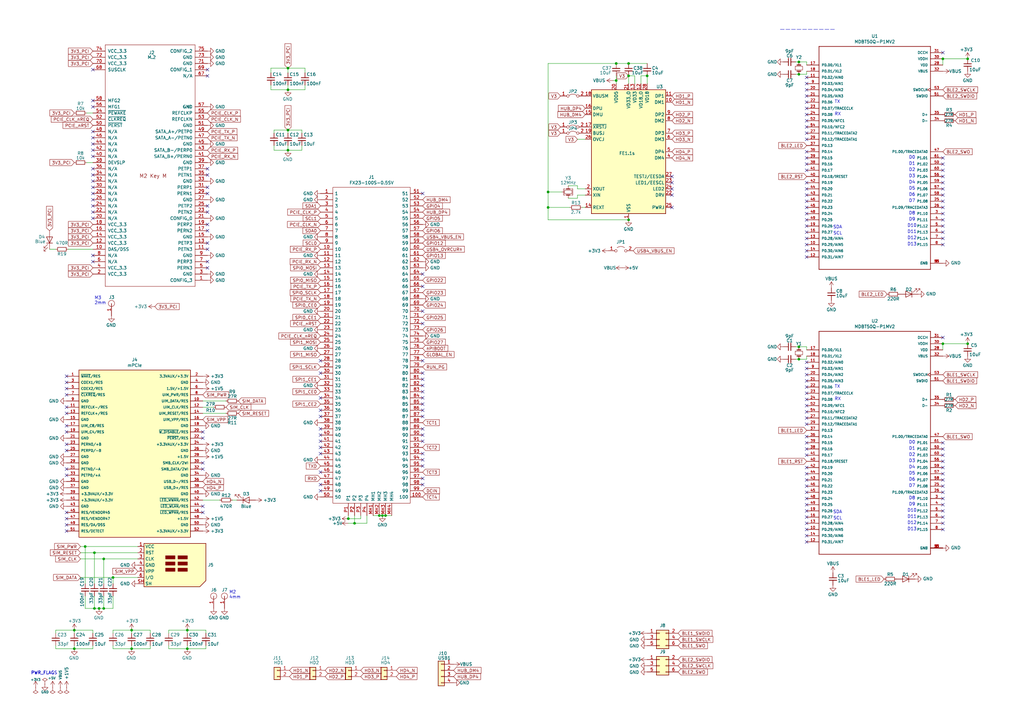
<source format=kicad_sch>
(kicad_sch (version 20211123) (generator eeschema)
  (paper "A3")
  (title_block (title "reTerminalEM-NVMe-mPCIe-USB-BLE") (date "2022-06-22") (rev "REV_00") (company "StanleyProjects.com"))
  (junction (at 327.66 30.48))
  (junction (at 118.11 27.94))
  (junction (at 42.545 249.555))
  (junction (at 252.73 33.02))
  (junction (at 30.48 266.065))
  (junction (at 118.11 61.595))
  (junction (at 142.875 212.725))
  (junction (at 327.66 142.24))
  (junction (at 76.835 258.445))
  (junction (at 30.48 258.445))
  (junction (at 118.11 53.34))
  (junction (at 257.81 26.035))
  (junction (at 76.835 266.065))
  (junction (at 327.66 25.4))
  (junction (at 224.79 78.74))
  (junction (at 265.43 31.115))
  (junction (at 257.81 31.115))
  (junction (at 156.845 211.455))
  (junction (at 386.715 140.97))
  (junction (at 38.735 249.555))
  (junction (at 155.575 211.455))
  (junction (at 118.11 36.83))
  (junction (at 396.875 24.13))
  (junction (at 257.81 90.17))
  (junction (at 34.925 224.155))
  (junction (at 42.545 229.235))
  (junction (at 158.115 211.455))
  (junction (at 327.66 147.32))
  (junction (at 40.64 249.555))
  (junction (at 46.355 236.855))
  (junction (at 224.79 85.09))
  (junction (at 396.875 140.97))
  (junction (at 38.735 226.695))
  (junction (at 53.975 266.065))
  (junction (at 386.715 24.13))
  (junction (at 145.415 214.63))
  (junction (at 252.73 26.035))
  (junction (at 53.975 258.445))
  (no_connect (at 85.09 109.855))
  (no_connect (at 27.305 174.625))
  (no_connect (at 386.715 191.77))
  (no_connect (at 330.835 156.21))
  (no_connect (at 173.355 132.715))
  (no_connect (at 386.715 196.85))
  (no_connect (at 330.835 105.41))
  (no_connect (at 330.835 173.99))
  (no_connect (at 173.355 175.895))
  (no_connect (at 173.355 153.035))
  (no_connect (at 27.305 169.545))
  (no_connect (at 330.835 207.01))
  (no_connect (at 330.835 181.61))
  (no_connect (at 27.305 215.265))
  (no_connect (at 131.445 186.055))
  (no_connect (at 85.09 107.315))
  (no_connect (at 386.715 92.71))
  (no_connect (at 38.1 104.775))
  (no_connect (at 38.1 79.375))
  (no_connect (at 386.715 85.09))
  (no_connect (at 330.835 151.13))
  (no_connect (at 386.715 64.77))
  (no_connect (at 131.445 147.955))
  (no_connect (at 131.445 175.895))
  (no_connect (at 330.835 222.25))
  (no_connect (at 27.305 184.785))
  (no_connect (at 275.59 85.09))
  (no_connect (at 173.355 178.435))
  (no_connect (at 330.835 31.75))
  (no_connect (at 330.835 54.61))
  (no_connect (at 386.715 189.23))
  (no_connect (at 386.715 186.69))
  (no_connect (at 38.1 59.055))
  (no_connect (at 38.1 84.455))
  (no_connect (at 330.835 44.45))
  (no_connect (at 38.1 43.815))
  (no_connect (at 330.835 102.87))
  (no_connect (at 27.305 161.925))
  (no_connect (at 173.355 186.055))
  (no_connect (at 386.715 214.63))
  (no_connect (at 275.59 74.93))
  (no_connect (at 173.355 196.215))
  (no_connect (at 330.835 34.29))
  (no_connect (at 330.835 39.37))
  (no_connect (at 330.835 158.75))
  (no_connect (at 386.715 67.31))
  (no_connect (at 85.09 28.575))
  (no_connect (at 330.835 163.83))
  (no_connect (at 131.445 170.815))
  (no_connect (at 330.835 199.39))
  (no_connect (at 38.1 74.295))
  (no_connect (at 386.715 204.47))
  (no_connect (at 27.305 177.165))
  (no_connect (at 330.835 214.63))
  (no_connect (at 386.715 100.33))
  (no_connect (at 330.835 196.85))
  (no_connect (at 27.305 156.845))
  (no_connect (at 330.835 186.69))
  (no_connect (at 330.835 49.53))
  (no_connect (at 131.445 201.295))
  (no_connect (at 330.835 52.07))
  (no_connect (at 386.715 95.25))
  (no_connect (at 386.715 199.39))
  (no_connect (at 173.355 147.955))
  (no_connect (at 330.835 46.99))
  (no_connect (at 173.355 188.595))
  (no_connect (at 27.305 217.805))
  (no_connect (at 38.1 71.755))
  (no_connect (at 173.355 191.135))
  (no_connect (at 38.1 76.835))
  (no_connect (at 38.1 61.595))
  (no_connect (at 386.715 80.01))
  (no_connect (at 386.715 72.39))
  (no_connect (at 330.835 95.25))
  (no_connect (at 27.305 182.245))
  (no_connect (at 386.715 194.31))
  (no_connect (at 386.715 181.61))
  (no_connect (at 173.355 79.375))
  (no_connect (at 330.835 153.67))
  (no_connect (at 330.835 85.09))
  (no_connect (at 386.715 21.59))
  (no_connect (at 38.1 86.995))
  (no_connect (at 173.355 155.575))
  (no_connect (at 38.1 28.575))
  (no_connect (at 85.09 84.455))
  (no_connect (at 85.09 71.755))
  (no_connect (at 275.59 77.47))
  (no_connect (at 330.835 209.55))
  (no_connect (at 330.835 219.71))
  (no_connect (at 330.835 148.59))
  (no_connect (at 131.445 163.195))
  (no_connect (at 83.185 189.865))
  (no_connect (at 330.835 212.09))
  (no_connect (at 330.835 74.93))
  (no_connect (at 173.355 168.275))
  (no_connect (at 85.09 92.075))
  (no_connect (at 131.445 178.435))
  (no_connect (at 330.835 69.85))
  (no_connect (at 173.355 180.975))
  (no_connect (at 330.835 92.71))
  (no_connect (at 330.835 77.47))
  (no_connect (at 330.835 57.15))
  (no_connect (at 386.715 97.79))
  (no_connect (at 330.835 194.31))
  (no_connect (at 275.59 80.01))
  (no_connect (at 386.715 184.15))
  (no_connect (at 330.835 168.91))
  (no_connect (at 131.445 168.275))
  (no_connect (at 330.835 100.33))
  (no_connect (at 330.835 41.91))
  (no_connect (at 38.1 64.135))
  (no_connect (at 83.185 179.705))
  (no_connect (at 330.835 179.07))
  (no_connect (at 330.835 201.93))
  (no_connect (at 330.835 204.47))
  (no_connect (at 173.355 170.815))
  (no_connect (at 330.835 97.79))
  (no_connect (at 27.305 212.725))
  (no_connect (at 38.1 56.515))
  (no_connect (at 330.835 64.77))
  (no_connect (at 386.715 69.85))
  (no_connect (at 386.715 209.55))
  (no_connect (at 330.835 67.31))
  (no_connect (at 131.445 153.035))
  (no_connect (at 330.835 87.63))
  (no_connect (at 173.355 165.735))
  (no_connect (at 83.185 210.185))
  (no_connect (at 386.715 90.17))
  (no_connect (at 131.445 193.675))
  (no_connect (at 330.835 166.37))
  (no_connect (at 386.715 77.47))
  (no_connect (at 83.185 177.165))
  (no_connect (at 330.835 82.55))
  (no_connect (at 27.305 210.185))
  (no_connect (at 330.835 217.17))
  (no_connect (at 386.715 207.01))
  (no_connect (at 38.1 107.315))
  (no_connect (at 85.09 69.215))
  (no_connect (at 330.835 191.77))
  (no_connect (at 38.1 53.975))
  (no_connect (at 330.835 36.83))
  (no_connect (at 85.09 79.375))
  (no_connect (at 85.09 99.695))
  (no_connect (at 386.715 201.93))
  (no_connect (at 173.355 163.195))
  (no_connect (at 83.185 192.405))
  (no_connect (at 330.835 161.29))
  (no_connect (at 27.305 194.945))
  (no_connect (at 27.305 192.405))
  (no_connect (at 330.835 90.17))
  (no_connect (at 38.1 89.535))
  (no_connect (at 173.355 117.475))
  (no_connect (at 38.1 81.915))
  (no_connect (at 173.355 198.755))
  (no_connect (at 131.445 180.975))
  (no_connect (at 386.715 212.09))
  (no_connect (at 386.715 74.93))
  (no_connect (at 85.09 31.115))
  (no_connect (at 85.09 102.235))
  (no_connect (at 173.355 127.635))
  (no_connect (at 38.1 41.275))
  (no_connect (at 330.835 62.23))
  (no_connect (at 173.355 160.655))
  (no_connect (at 85.09 86.995))
  (no_connect (at 38.1 69.215))
  (no_connect (at 27.305 159.385))
  (no_connect (at 131.445 198.755))
  (no_connect (at 173.355 158.115))
  (no_connect (at 386.715 87.63))
  (no_connect (at 85.09 94.615))
  (no_connect (at 386.715 217.17))
  (no_connect (at 85.09 76.835))
  (no_connect (at 83.185 207.645))
  (no_connect (at 386.715 82.55))
  (no_connect (at 330.835 171.45))
  (no_connect (at 386.715 138.43))
  (no_connect (at 173.355 112.395))
  (no_connect (at 330.835 80.01))
  (no_connect (at 275.59 72.39))
  (no_connect (at 131.445 183.515))
  (no_connect (at 330.835 184.15))
  (no_connect (at 27.305 167.005))
  (no_connect (at 27.305 154.305))
  (wire (pts (xy 53.975 266.065) (xy 61.595 266.065)))
  (wire (pts (xy 123.825 61.595) (xy 118.11 61.595)))
  (wire (pts (xy 76.835 266.065) (xy 76.835 264.795)))
  (wire (pts (xy 118.11 54.61) (xy 118.11 53.34)))
  (wire (pts (xy 53.975 259.715) (xy 53.975 258.445)))
  (wire (pts (xy 42.545 239.395) (xy 42.545 229.235)))
  (wire (pts (xy 265.43 31.115) (xy 262.89 31.115)))
  (wire (pts (xy 56.515 224.155) (xy 34.925 224.155)))
  (wire (pts (xy 224.79 85.09) (xy 233.68 85.09)))
  (wire (pts (xy 46.355 264.795) (xy 46.355 266.065)))
  (wire (pts (xy 30.48 266.065) (xy 38.1 266.065)))
  (wire (pts (xy 38.1 259.715) (xy 38.1 258.445)))
  (wire (pts (xy 38.1 102.235) (xy 27.94 102.235)))
  (wire (pts (xy 42.545 244.475) (xy 42.545 249.555)))
  (wire (pts (xy 262.89 31.115) (xy 262.89 34.29)))
  (wire (pts (xy 224.79 90.17) (xy 257.81 90.17)))
  (wire (pts (xy 236.855 77.47) (xy 236.855 76.2)))
  (wire (pts (xy 330.835 30.48) (xy 327.66 30.48)))
  (wire (pts (xy 84.455 266.065) (xy 84.455 264.795)))
  (wire (pts (xy 147.955 211.455) (xy 147.955 212.725)))
  (wire (pts (xy 22.86 102.235) (xy 20.32 102.235)))
  (wire (pts (xy 155.575 211.455) (xy 156.845 211.455)))
  (wire (pts (xy 265.43 26.035) (xy 257.81 26.035)))
  (wire (pts (xy 83.185 169.545) (xy 92.71 169.545)))
  (wire (pts (xy 257.81 26.035) (xy 252.73 26.035)))
  (wire (pts (xy 327.66 147.32) (xy 330.835 147.32)))
  (wire (pts (xy 125.095 29.845) (xy 125.095 27.94)))
  (wire (pts (xy 87.63 167.005) (xy 83.185 167.005)))
  (wire (pts (xy 112.395 53.34) (xy 118.11 53.34)))
  (wire (pts (xy 327.66 142.24) (xy 330.835 142.24)))
  (wire (pts (xy 145.415 211.455) (xy 145.415 214.63)))
  (wire (pts (xy 224.79 78.74) (xy 224.79 85.09)))
  (wire (pts (xy 111.125 29.845) (xy 111.125 27.94)))
  (wire (pts (xy 257.81 31.115) (xy 257.81 34.29)))
  (wire (pts (xy 69.215 264.795) (xy 69.215 266.065)))
  (polyline (pts (xy 342.265 12.065) (xy 320.04 12.065)))
  (wire (pts (xy 38.1 266.065) (xy 38.1 264.795)))
  (wire (pts (xy 56.515 229.235) (xy 42.545 229.235)))
  (wire (pts (xy 61.595 258.445) (xy 53.975 258.445)))
  (wire (pts (xy 38.735 226.695) (xy 33.02 226.695)))
  (wire (pts (xy 56.515 236.855) (xy 46.355 236.855)))
  (wire (pts (xy 33.02 236.855) (xy 46.355 236.855)))
  (wire (pts (xy 46.355 259.715) (xy 46.355 258.445)))
  (wire (pts (xy 83.185 164.465) (xy 92.71 164.465)))
  (wire (pts (xy 76.835 266.065) (xy 84.455 266.065)))
  (wire (pts (xy 150.495 211.455) (xy 150.495 214.63)))
  (wire (pts (xy 42.545 249.555) (xy 40.64 249.555)))
  (wire (pts (xy 156.845 211.455) (xy 158.115 211.455)))
  (wire (pts (xy 252.73 33.02) (xy 252.73 31.115)))
  (wire (pts (xy 30.48 266.065) (xy 30.48 264.795)))
  (wire (pts (xy 61.595 266.065) (xy 61.595 264.795)))
  (wire (pts (xy 118.11 27.94) (xy 125.095 27.94)))
  (wire (pts (xy 252.73 26.035) (xy 224.79 26.035)))
  (wire (pts (xy 46.355 249.555) (xy 42.545 249.555)))
  (wire (pts (xy 150.495 214.63) (xy 145.415 214.63)))
  (wire (pts (xy 236.855 76.2) (xy 233.045 76.2)))
  (wire (pts (xy 224.79 26.035) (xy 224.79 78.74)))
  (wire (pts (xy 330.835 29.21) (xy 330.835 30.48)))
  (wire (pts (xy 386.715 143.51) (xy 386.715 140.97)))
  (wire (pts (xy 118.11 36.83) (xy 125.095 36.83)))
  (wire (pts (xy 30.48 259.715) (xy 30.48 258.445)))
  (wire (pts (xy 153.035 211.455) (xy 155.575 211.455)))
  (wire (pts (xy 69.215 266.065) (xy 76.835 266.065)))
  (wire (pts (xy 69.215 259.715) (xy 69.215 258.445)))
  (wire (pts (xy 38.1 66.675) (xy 35.56 66.675)))
  (wire (pts (xy 34.925 224.155) (xy 33.02 224.155)))
  (wire (pts (xy 22.86 266.065) (xy 30.48 266.065)))
  (wire (pts (xy 257.81 31.115) (xy 260.35 31.115)))
  (wire (pts (xy 123.825 59.69) (xy 123.825 61.595)))
  (wire (pts (xy 111.125 27.94) (xy 118.11 27.94)))
  (wire (pts (xy 112.395 54.61) (xy 112.395 53.34)))
  (wire (pts (xy 46.355 236.855) (xy 46.355 239.395)))
  (wire (pts (xy 111.125 34.925) (xy 111.125 36.83)))
  (wire (pts (xy 158.115 211.455) (xy 160.655 211.455)))
  (wire (pts (xy 142.875 211.455) (xy 142.875 212.725)))
  (wire (pts (xy 118.11 59.69) (xy 118.11 61.595)))
  (wire (pts (xy 326.39 142.24) (xy 327.66 142.24)))
  (wire (pts (xy 38.1 46.355) (xy 35.56 46.355)))
  (wire (pts (xy 34.925 239.395) (xy 34.925 224.155)))
  (wire (pts (xy 84.455 259.715) (xy 84.455 258.445)))
  (wire (pts (xy 38.735 244.475) (xy 38.735 249.555)))
  (wire (pts (xy 38.735 226.695) (xy 56.515 226.695)))
  (wire (pts (xy 38.735 239.395) (xy 38.735 226.695)))
  (wire (pts (xy 240.03 57.15) (xy 236.855 57.15)))
  (wire (pts (xy 236.855 80.01) (xy 240.03 80.01)))
  (wire (pts (xy 118.11 34.925) (xy 118.11 36.83)))
  (wire (pts (xy 386.715 26.67) (xy 386.715 24.13)))
  (wire (pts (xy 95.25 205.105) (xy 97.155 205.105)))
  (wire (pts (xy 386.715 140.97) (xy 396.875 140.97)))
  (wire (pts (xy 46.355 244.475) (xy 46.355 249.555)))
  (wire (pts (xy 46.355 266.065) (xy 53.975 266.065)))
  (wire (pts (xy 240.03 77.47) (xy 236.855 77.47)))
  (wire (pts (xy 22.86 264.795) (xy 22.86 266.065)))
  (wire (pts (xy 330.835 26.67) (xy 330.835 25.4)))
  (wire (pts (xy 112.395 61.595) (xy 118.11 61.595)))
  (wire (pts (xy 34.925 244.475) (xy 34.925 249.555)))
  (wire (pts (xy 252.73 34.29) (xy 252.73 33.02)))
  (wire (pts (xy 236.855 81.28) (xy 236.855 80.01)))
  (wire (pts (xy 38.735 249.555) (xy 40.64 249.555)))
  (wire (pts (xy 90.17 205.105) (xy 83.185 205.105)))
  (wire (pts (xy 145.415 214.63) (xy 142.875 214.63)))
  (wire (pts (xy 224.79 85.09) (xy 224.79 90.17)))
  (wire (pts (xy 142.875 212.725) (xy 147.955 212.725)))
  (wire (pts (xy 53.975 266.065) (xy 53.975 264.795)))
  (wire (pts (xy 112.395 59.69) (xy 112.395 61.595)))
  (wire (pts (xy 233.045 81.28) (xy 236.855 81.28)))
  (wire (pts (xy 224.79 78.74) (xy 230.505 78.74)))
  (wire (pts (xy 386.715 24.13) (xy 396.875 24.13)))
  (wire (pts (xy 326.39 25.4) (xy 327.66 25.4)))
  (wire (pts (xy 125.095 34.925) (xy 125.095 36.83)))
  (wire (pts (xy 84.455 258.445) (xy 76.835 258.445)))
  (wire (pts (xy 118.11 29.845) (xy 118.11 27.94)))
  (wire (pts (xy 46.355 258.445) (xy 53.975 258.445)))
  (wire (pts (xy 326.39 147.32) (xy 327.66 147.32)))
  (wire (pts (xy 265.43 34.29) (xy 265.43 31.115)))
  (wire (pts (xy 327.66 25.4) (xy 330.835 25.4)))
  (wire (pts (xy 327.66 30.48) (xy 326.39 30.48)))
  (wire (pts (xy 38.1 258.445) (xy 30.48 258.445)))
  (wire (pts (xy 123.825 54.61) (xy 123.825 53.34)))
  (wire (pts (xy 123.825 53.34) (xy 118.11 53.34)))
  (wire (pts (xy 111.125 36.83) (xy 118.11 36.83)))
  (wire (pts (xy 251.46 33.02) (xy 252.73 33.02)))
  (wire (pts (xy 42.545 229.235) (xy 33.02 229.235)))
  (wire (pts (xy 260.35 34.29) (xy 260.35 31.115)))
  (wire (pts (xy 22.86 259.715) (xy 22.86 258.445)))
  (wire (pts (xy 238.76 85.09) (xy 240.03 85.09)))
  (wire (pts (xy 69.215 258.445) (xy 76.835 258.445)))
  (wire (pts (xy 22.86 258.445) (xy 30.48 258.445)))
  (wire (pts (xy 61.595 259.715) (xy 61.595 258.445)))
  (wire (pts (xy 330.835 143.51) (xy 330.835 142.24)))
  (wire (pts (xy 76.835 259.715) (xy 76.835 258.445)))
  (wire (pts (xy 330.835 146.05) (xy 330.835 147.32)))
  (wire (pts (xy 34.925 249.555) (xy 38.735 249.555)))
  (text "SDA" (at 345.44 93.98 180) (effects (font (size 1.27 1.27)) (justify right bottom)))
  (text "D2" (at 372.745 70.485 0) (effects (font (size 1.27 1.27)) (justify left bottom)))
  (text "SCL" (at 345.44 213.36 180) (effects (font (size 1.27 1.27)) (justify right bottom)))
  (text "D1" (at 372.745 184.785 0) (effects (font (size 1.27 1.27)) (justify left bottom)))
  (text "D7" (at 372.745 83.185 0) (effects (font (size 1.27 1.27)) (justify left bottom)))
  (text "D8" (at 372.745 88.265 0) (effects (font (size 1.27 1.27)) (justify left bottom)))
  (text "D11" (at 372.11 95.885 0) (effects (font (size 1.27 1.27)) (justify left bottom)))
  (text "D12" (at 372.11 215.265 0) (effects (font (size 1.27 1.27)) (justify left bottom)))
  (text "D6" (at 372.745 80.645 0) (effects (font (size 1.27 1.27)) (justify left bottom)))
  (text "D4" (at 372.745 192.405 0) (effects (font (size 1.27 1.27)) (justify left bottom)))
  (text "D10" (at 372.11 93.345 0) (effects (font (size 1.27 1.27)) (justify left bottom)))
  (text "D10" (at 372.11 210.185 0) (effects (font (size 1.27 1.27)) (justify left bottom)))
  (text "M3\n2mm" (at 38.735 125.095 0) (effects (font (size 1.27 1.27)) (justify left bottom)))
  (text "RX" (at 342.265 47.625 0) (effects (font (size 1.27 1.27)) (justify left bottom)))
  (text "D5" (at 372.745 194.945 0) (effects (font (size 1.27 1.27)) (justify left bottom)))
  (text "D4" (at 372.745 75.565 0) (effects (font (size 1.27 1.27)) (justify left bottom)))
  (text "D0" (at 372.745 182.245 0) (effects (font (size 1.27 1.27)) (justify left bottom)))
  (text "D13" (at 372.11 100.965 0) (effects (font (size 1.27 1.27)) (justify left bottom)))
  (text "TX" (at 342.265 159.385 0) (effects (font (size 1.27 1.27)) (justify left bottom)))
  (text "D11" (at 372.11 212.725 0) (effects (font (size 1.27 1.27)) (justify left bottom)))
  (text "D5" (at 372.745 78.105 0) (effects (font (size 1.27 1.27)) (justify left bottom)))
  (text "PWR_FLAG" (at 12.7 276.86 0) (effects (font (size 1.27 1.27)) (justify left bottom)))
  (text "D2" (at 372.745 187.325 0) (effects (font (size 1.27 1.27)) (justify left bottom)))
  (text "SCL" (at 345.44 96.52 180) (effects (font (size 1.27 1.27)) (justify right bottom)))
  (text "D0" (at 372.745 65.405 0) (effects (font (size 1.27 1.27)) (justify left bottom)))
  (text "TX" (at 342.265 42.545 0) (effects (font (size 1.27 1.27)) (justify left bottom)))
  (text "D7" (at 372.745 200.025 0) (effects (font (size 1.27 1.27)) (justify left bottom)))
  (text "M2\n4mm" (at 93.98 245.745 0) (effects (font (size 1.27 1.27)) (justify left bottom)))
  (text "D12" (at 372.11 98.425 0) (effects (font (size 1.27 1.27)) (justify left bottom)))
  (text "SDA" (at 345.44 210.82 180) (effects (font (size 1.27 1.27)) (justify right bottom)))
  (text "D13" (at 372.11 217.805 0) (effects (font (size 1.27 1.27)) (justify left bottom)))
  (text "RX" (at 342.265 164.465 0) (effects (font (size 1.27 1.27)) (justify left bottom)))
  (text "D1" (at 372.745 67.945 0) (effects (font (size 1.27 1.27)) (justify left bottom)))
  (text "D3" (at 372.745 189.865 0) (effects (font (size 1.27 1.27)) (justify left bottom)))
  (text "PWR_FLAGS" (at 12.7 276.86 0) (effects (font (size 1.27 1.27)) (justify left bottom)))
  (text "D6" (at 372.745 197.485 0) (effects (font (size 1.27 1.27)) (justify left bottom)))
  (text "D9" (at 372.745 207.645 0) (effects (font (size 1.27 1.27)) (justify left bottom)))
  (text "D8" (at 372.745 205.105 0) (effects (font (size 1.27 1.27)) (justify left bottom)))
  (text "D9" (at 372.745 90.805 0) (effects (font (size 1.27 1.27)) (justify left bottom)))
  (text "D3" (at 372.745 73.025 0) (effects (font (size 1.27 1.27)) (justify left bottom)))
  (global_label "PCIE_TX_P" (shape input) (at 131.445 117.475 180) (property "Intersheet References" "${INTERSHEET_REFS}" (effects hide)))
  (global_label "BLE2_LED" (shape input) (at 363.855 120.65 180) (property "Intersheet References" "${INTERSHEET_REFS}" (effects hide)))
  (global_label "PCIE_CLK_N" (shape input) (at 85.09 48.895 0) (property "Intersheet References" "${INTERSHEET_REFS}" (effects hide)))
  (global_label "HUB_DM4" (shape input) (at 173.355 81.915 0) (property "Intersheet References" "${INTERSHEET_REFS}" (effects hide)))
  (global_label "BLE2_SWDIO" (shape input) (at 386.715 39.37 0) (property "Intersheet References" "${INTERSHEET_REFS}" (effects hide)))
  (global_label "SPI1_CE0" (shape input) (at 131.445 160.655 180) (property "Intersheet References" "${INTERSHEET_REFS}" (effects hide)))
  (global_label "SPI1_CE2" (shape input) (at 131.445 165.735 180) (property "Intersheet References" "${INTERSHEET_REFS}" (effects hide)))
  (global_label "V3" (shape input) (at 229.87 52.07 180) (property "Intersheet References" "${INTERSHEET_REFS}" (effects hide)))
  (global_label "SIM_VPP" (shape input) (at 56.515 234.315 180) (property "Intersheet References" "${INTERSHEET_REFS}" (effects hide)))
  (global_label "BLE2_SWCLK" (shape input) (at 278.13 273.05 0) (property "Intersheet References" "${INTERSHEET_REFS}" (effects hide)))
  (global_label "PCIE_CLK_nREQ" (shape input) (at 38.1 48.895 180) (property "Intersheet References" "${INTERSHEET_REFS}" (effects hide)))
  (global_label "GPIO4" (shape input) (at 173.355 84.455 0) (property "Intersheet References" "${INTERSHEET_REFS}" (effects hide)))
  (global_label "SIM_RESET" (shape input) (at 97.79 169.545 0) (property "Intersheet References" "${INTERSHEET_REFS}" (effects hide)))
  (global_label "GLOBAL_EN" (shape input) (at 173.355 145.415 0) (property "Intersheet References" "${INTERSHEET_REFS}" (effects hide)))
  (global_label "SIM_CLK" (shape input) (at 33.02 229.235 180) (property "Intersheet References" "${INTERSHEET_REFS}" (effects hide)))
  (global_label "HD2_N" (shape input) (at 391.795 166.37 0) (property "Intersheet References" "${INTERSHEET_REFS}" (effects hide)))
  (global_label "3V3_PCI" (shape input) (at 38.1 20.955 180) (property "Intersheet References" "${INTERSHEET_REFS}" (effects hide)))
  (global_label "BLE2_SWO" (shape input) (at 386.715 62.23 0) (property "Intersheet References" "${INTERSHEET_REFS}" (effects hide)))
  (global_label "HD1_P" (shape input) (at 118.745 277.495 0) (property "Intersheet References" "${INTERSHEET_REFS}" (effects hide)))
  (global_label "HD4_P" (shape input) (at 275.59 62.23 0) (property "Intersheet References" "${INTERSHEET_REFS}" (effects hide)))
  (global_label "HD2_P" (shape input) (at 275.59 46.99 0) (property "Intersheet References" "${INTERSHEET_REFS}" (effects hide)))
  (global_label "PCIE_CLK_P" (shape input) (at 131.445 86.995 180) (property "Intersheet References" "${INTERSHEET_REFS}" (effects hide)))
  (global_label "SPI1_SCLK" (shape input) (at 131.445 150.495 180) (property "Intersheet References" "${INTERSHEET_REFS}" (effects hide)))
  (global_label "V3" (shape input) (at 236.855 57.15 180) (property "Intersheet References" "${INTERSHEET_REFS}" (effects hide)))
  (global_label "GPIO12" (shape input) (at 173.355 99.695 0) (property "Intersheet References" "${INTERSHEET_REFS}" (effects hide)))
  (global_label "HD2_P" (shape input) (at 391.795 163.83 0) (property "Intersheet References" "${INTERSHEET_REFS}" (effects hide)))
  (global_label "BLE1_SWCLK" (shape input) (at 278.13 262.255 0) (property "Intersheet References" "${INTERSHEET_REFS}" (effects hide)))
  (global_label "nPIBOOT" (shape input) (at 173.355 142.875 0) (property "Intersheet References" "${INTERSHEET_REFS}" (effects hide)))
  (global_label "SIM_CLK" (shape input) (at 92.71 167.005 0) (property "Intersheet References" "${INTERSHEET_REFS}" (effects hide)))
  (global_label "PCIE_nRST" (shape input) (at 38.1 51.435 180) (property "Intersheet References" "${INTERSHEET_REFS}" (effects hide)))
  (global_label "TCT4" (shape input) (at 173.355 203.835 0) (property "Intersheet References" "${INTERSHEET_REFS}" (effects hide)))
  (global_label "BLE1_RST" (shape input) (at 330.835 189.23 180) (property "Intersheet References" "${INTERSHEET_REFS}" (effects hide)))
  (global_label "HD3_P" (shape input) (at 275.59 54.61 0) (property "Intersheet References" "${INTERSHEET_REFS}" (effects hide)))
  (global_label "SDA1" (shape input) (at 131.445 84.455 180) (property "Intersheet References" "${INTERSHEET_REFS}" (effects hide)))
  (global_label "SPI1_MISO" (shape input) (at 131.445 145.415 180) (property "Intersheet References" "${INTERSHEET_REFS}" (effects hide)))
  (global_label "USB4_OVRCURn" (shape input) (at 173.355 102.235 0) (property "Intersheet References" "${INTERSHEET_REFS}" (effects hide)))
  (global_label "SIM_VPP" (shape input) (at 83.185 172.085 0) (property "Intersheet References" "${INTERSHEET_REFS}" (effects hide)))
  (global_label "HD1_N" (shape input) (at 275.59 41.91 0) (property "Intersheet References" "${INTERSHEET_REFS}" (effects hide)))
  (global_label "TCT3" (shape input) (at 173.355 193.675 0) (property "Intersheet References" "${INTERSHEET_REFS}" (effects hide)))
  (global_label "BLE2_SWDIO" (shape input) (at 278.13 270.51 0) (property "Intersheet References" "${INTERSHEET_REFS}" (effects hide)))
  (global_label "3V3_PCI" (shape input) (at 38.1 112.395 180) (property "Intersheet References" "${INTERSHEET_REFS}" (effects hide)))
  (global_label "USB4_VBUS_EN" (shape input) (at 259.715 102.87 0) (property "Intersheet References" "${INTERSHEET_REFS}" (effects hide)))
  (global_label "GPIO13" (shape input) (at 173.355 104.775 0) (property "Intersheet References" "${INTERSHEET_REFS}" (effects hide)))
  (global_label "GPIO22" (shape input) (at 173.355 114.935 0) (property "Intersheet References" "${INTERSHEET_REFS}" (effects hide)))
  (global_label "PCIE_RX_N" (shape input) (at 131.445 107.315 180) (property "Intersheet References" "${INTERSHEET_REFS}" (effects hide)))
  (global_label "BLE1_LED" (shape input) (at 362.585 237.49 180) (property "Intersheet References" "${INTERSHEET_REFS}" (effects hide)))
  (global_label "BLE1_SWO" (shape input) (at 278.13 264.795 0) (property "Intersheet References" "${INTERSHEET_REFS}" (effects hide)))
  (global_label "3V3_PCI" (shape input) (at 38.1 97.155 180) (property "Intersheet References" "${INTERSHEET_REFS}" (effects hide)))
  (global_label "SPI1_CE1" (shape input) (at 131.445 155.575 180) (property "Intersheet References" "${INTERSHEET_REFS}" (effects hide)))
  (global_label "HUB_DP4" (shape input) (at 173.355 86.995 0) (property "Intersheet References" "${INTERSHEET_REFS}" (effects hide)))
  (global_label "PCIE_TX_N" (shape input) (at 131.445 122.555 180) (property "Intersheet References" "${INTERSHEET_REFS}" (effects hide)))
  (global_label "BLE2_SWO" (shape input) (at 278.13 275.59 0) (property "Intersheet References" "${INTERSHEET_REFS}" (effects hide)))
  (global_label "HUB_DP4" (shape input) (at 186.055 277.495 0) (property "Intersheet References" "${INTERSHEET_REFS}" (effects hide)))
  (global_label "TCT2" (shape input) (at 173.355 183.515 0) (property "Intersheet References" "${INTERSHEET_REFS}" (effects hide)))
  (global_label "HD3_N" (shape input) (at 275.59 57.15 0) (property "Intersheet References" "${INTERSHEET_REFS}" (effects hide)))
  (global_label "USB4_VBUS_EN" (shape input) (at 173.355 97.155 0) (property "Intersheet References" "${INTERSHEET_REFS}" (effects hide)))
  (global_label "HD4_N" (shape input) (at 162.56 274.955 0) (property "Intersheet References" "${INTERSHEET_REFS}" (effects hide)))
  (global_label "V3" (shape input) (at 257.81 31.115 180) (property "Intersheet References" "${INTERSHEET_REFS}" (effects hide)))
  (global_label "HD3_N" (shape input) (at 147.955 274.955 0) (property "Intersheet References" "${INTERSHEET_REFS}" (effects hide)))
  (global_label "3V3_PCI" (shape input) (at 38.1 94.615 180) (property "Intersheet References" "${INTERSHEET_REFS}" (effects hide)))
  (global_label "HD4_N" (shape input) (at 275.59 64.77 0) (property "Intersheet References" "${INTERSHEET_REFS}" (effects hide)))
  (global_label "RUN_PG" (shape input) (at 173.355 150.495 0) (property "Intersheet References" "${INTERSHEET_REFS}" (effects hide)))
  (global_label "GPIO25" (shape input) (at 173.355 130.175 0) (property "Intersheet References" "${INTERSHEET_REFS}" (effects hide)))
  (global_label "GPIO24" (shape input) (at 173.355 125.095 0) (property "Intersheet References" "${INTERSHEET_REFS}" (effects hide)))
  (global_label "3V3_PCI" (shape input) (at 38.1 26.035 180) (property "Intersheet References" "${INTERSHEET_REFS}" (effects hide)))
  (global_label "TXD" (shape input) (at 131.445 191.135 180) (property "Intersheet References" "${INTERSHEET_REFS}" (effects hide)))
  (global_label "RXD" (shape input) (at 131.445 196.215 180) (property "Intersheet References" "${INTERSHEET_REFS}" (effects hide)))
  (global_label "SDA0" (shape input) (at 131.445 94.615 180) (property "Intersheet References" "${INTERSHEET_REFS}" (effects hide)))
  (global_label "3V3_PCI" (shape input) (at 118.11 53.34 90) (property "Intersheet References" "${INTERSHEET_REFS}" (effects hide)))
  (global_label "GPIO5" (shape input) (at 173.355 89.535 0) (property "Intersheet References" "${INTERSHEET_REFS}" (effects hide)))
  (global_label "SIM_PWR" (shape input) (at 33.02 224.155 180) (property "Intersheet References" "${INTERSHEET_REFS}" (effects hide)))
  (global_label "HUB_DP4" (shape input) (at 240.03 44.45 180) (property "Intersheet References" "${INTERSHEET_REFS}" (effects hide)))
  (global_label "HD2_N" (shape input) (at 275.59 49.53 0) (property "Intersheet References" "${INTERSHEET_REFS}" (effects hide)))
  (global_label "V3" (shape input) (at 229.87 54.61 180) (property "Intersheet References" "${INTERSHEET_REFS}" (effects hide)))
  (global_label "GPIO23" (shape input) (at 173.355 120.015 0) (property "Intersheet References" "${INTERSHEET_REFS}" (effects hide)))
  (global_label "SPI1_MOSI" (shape input) (at 131.445 140.335 180) (property "Intersheet References" "${INTERSHEET_REFS}" (effects hide)))
  (global_label "3V3_PCI" (shape input) (at 38.1 92.075 180) (property "Intersheet References" "${INTERSHEET_REFS}" (effects hide)))
  (global_label "GPIO27" (shape input) (at 173.355 140.335 0) (property "Intersheet References" "${INTERSHEET_REFS}" (effects hide)))
  (global_label "3V3_PCI" (shape input) (at 118.11 27.94 90) (property "Intersheet References" "${INTERSHEET_REFS}" (effects hide)))
  (global_label "HD1_N" (shape input) (at 118.745 274.955 0) (property "Intersheet References" "${INTERSHEET_REFS}" (effects hide)))
  (global_label "GPIO6" (shape input) (at 173.355 94.615 0) (property "Intersheet References" "${INTERSHEET_REFS}" (effects hide)))
  (global_label "SIM_RESET" (shape input) (at 33.02 226.695 180) (property "Intersheet References" "${INTERSHEET_REFS}" (effects hide)))
  (global_label "SPI0_CE0" (shape input) (at 131.445 125.095 180) (property "Intersheet References" "${INTERSHEET_REFS}" (effects hide)))
  (global_label "BLE2_SWCLK" (shape input) (at 386.715 36.83 0) (property "Intersheet References" "${INTERSHEET_REFS}" (effects hide)))
  (global_label "PCIE_nRST" (shape input) (at 131.445 132.715 180) (property "Intersheet References" "${INTERSHEET_REFS}" (effects hide)))
  (global_label "3V3_PCI" (shape input) (at 20.32 94.615 90) (property "Intersheet References" "${INTERSHEET_REFS}" (effects hide)))
  (global_label "3V3_PCI" (shape input) (at 30.48 46.355 180) (property "Intersheet References" "${INTERSHEET_REFS}" (effects hide)))
  (global_label "HD2_N" (shape input) (at 133.35 274.955 0) (property "Intersheet References" "${INTERSHEET_REFS}" (effects hide)))
  (global_label "3V3_PCI" (shape input) (at 38.1 99.695 180) (property "Intersheet References" "${INTERSHEET_REFS}" (effects hide)))
  (global_label "SCL0" (shape input) (at 131.445 99.695 180) (property "Intersheet References" "${INTERSHEET_REFS}" (effects hide)))
  (global_label "PCIE_RX_P" (shape input) (at 85.09 61.595 0) (property "Intersheet References" "${INTERSHEET_REFS}" (effects hide)))
  (global_label "TCT1" (shape input) (at 173.355 173.355 0) (property "Intersheet References" "${INTERSHEET_REFS}" (effects hide)))
  (global_label "3V3_PCI" (shape input) (at 63.5 125.73 0) (property "Intersheet References" "${INTERSHEET_REFS}" (effects hide)))
  (global_label "HD1_P" (shape input) (at 391.795 46.99 0) (property "Intersheet References" "${INTERSHEET_REFS}" (effects hide)))
  (global_label "HD4_N" (shape input) (at 83.185 197.485 0) (property "Intersheet References" "${INTERSHEET_REFS}" (effects hide)))
  (global_label "DCIN" (shape input) (at 173.355 201.295 0) (property "Intersheet References" "${INTERSHEET_REFS}" (effects hide)))
  (global_label "HUB_DM4" (shape input) (at 240.03 46.99 180) (property "Intersheet References" "${INTERSHEET_REFS}" (effects hide)))
  (global_label "HD4_P" (shape input) (at 83.185 200.025 0) (property "Intersheet References" "${INTERSHEET_REFS}" (effects hide)))
  (global_label "SCL1" (shape input) (at 131.445 89.535 180) (property "Intersheet References" "${INTERSHEET_REFS}" (effects hide)))
  (global_label "BLE1_LED" (shape input) (at 330.835 176.53 180) (property "Intersheet References" "${INTERSHEET_REFS}" (effects hide)))
  (global_label "3V3_PCI" (shape input) (at 38.1 109.855 180) (property "Intersheet References" "${INTERSHEET_REFS}" (effects hide)))
  (global_label "PCIE_TX_N" (shape input) (at 85.09 56.515 0) (property "Intersheet References" "${INTERSHEET_REFS}" (effects hide)))
  (global_label "GPIO26" (shape input) (at 173.355 135.255 0) (property "Intersheet References" "${INTERSHEET_REFS}" (effects hide)))
  (global_label "PCIE_TX_P" (shape input) (at 85.09 53.975 0) (property "Intersheet References" "${INTERSHEET_REFS}" (effects hide)))
  (global_label "HD1_N" (shape input) (at 391.795 49.53 0) (property "Intersheet References" "${INTERSHEET_REFS}" (effects hide)))
  (global_label "HUB_DM4" (shape input) (at 186.055 274.955 0) (property "Intersheet References" "${INTERSHEET_REFS}" (effects hide)))
  (global_label "BLE2_LED" (shape input) (at 330.835 59.69 180) (property "Intersheet References" "${INTERSHEET_REFS}" (effects hide)))
  (global_label "SPI0_SCLK" (shape input) (at 131.445 120.015 180) (property "Intersheet References" "${INTERSHEET_REFS}" (effects hide)))
  (global_label "HD2_P" (shape input) (at 133.35 277.495 0) (property "Intersheet References" "${INTERSHEET_REFS}" (effects hide)))
  (global_label "HD1_P" (shape input) (at 275.59 39.37 0) (property "Intersheet References" "${INTERSHEET_REFS}" (effects hide)))
  (global_label "3V3_PCI" (shape input) (at 30.48 66.675 180) (property "Intersheet References" "${INTERSHEET_REFS}" (effects hide)))
  (global_label "SPI0_CE1" (shape input) (at 131.445 130.175 180) (property "Intersheet References" "${INTERSHEET_REFS}" (effects hide)))
  (global_label "3V3_PCI" (shape input) (at 38.1 23.495 180) (property "Intersheet References" "${INTERSHEET_REFS}" (effects hide)))
  (global_label "BLE1_SWO" (shape input) (at 386.715 179.07 0) (property "Intersheet References" "${INTERSHEET_REFS}" (effects hide)))
  (global_label "BLE1_SWDIO" (shape input) (at 278.13 259.715 0) (property "Intersheet References" "${INTERSHEET_REFS}" (effects hide)))
  (global_label "SIM_DATA" (shape input) (at 33.02 236.855 180) (property "Intersheet References" "${INTERSHEET_REFS}" (effects hide)))
  (global_label "PCIE_RX_N" (shape input) (at 85.09 64.135 0) (property "Intersheet References" "${INTERSHEET_REFS}" (effects hide)))
  (global_label "PCIE_CLK_nREQ" (shape input) (at 131.445 137.795 180) (property "Intersheet References" "${INTERSHEET_REFS}" (effects hide)))
  (global_label "PCIE_CLK_N" (shape input) (at 131.445 92.075 180) (property "Intersheet References" "${INTERSHEET_REFS}" (effects hide)))
  (global_label "SPI0_MOSI" (shape input) (at 131.445 109.855 180) (property "Intersheet References" "${INTERSHEET_REFS}" (effects hide)))
  (global_label "SIM_PWR" (shape input) (at 83.185 161.925 0) (property "Intersheet References" "${INTERSHEET_REFS}" (effects hide)))
  (global_label "SIM_DATA" (shape input) (at 97.79 164.465 0) (property "Intersheet References" "${INTERSHEET_REFS}" (effects hide)))
  (global_label "BLE1_SWCLK" (shape input) (at 386.715 153.67 0) (property "Intersheet References" "${INTERSHEET_REFS}" (effects hide)))
  (global_label "HD4_P" (shape input) (at 162.56 277.495 0) (property "Intersheet References" "${INTERSHEET_REFS}" (effects hide)))
  (global_label "SPI0_MISO" (shape input) (at 131.445 114.935 180) (property "Intersheet References" "${INTERSHEET_REFS}" (effects hide)))
  (global_label "PCIE_RX_P" (shape input) (at 131.445 102.235 180) (property "Intersheet References" "${INTERSHEET_REFS}" (effects hide)))
  (global_label "BLE2_RST" (shape input) (at 330.835 72.39 180) (property "Intersheet References" "${INTERSHEET_REFS}" (effects hide)))
  (global_label "PCIE_CLK_P" (shape input) (at 85.09 46.355 0) (property "Intersheet References" "${INTERSHEET_REFS}" (effects hide)))
  (global_label "BLE1_SWDIO" (shape input) (at 386.715 156.21 0) (property "Intersheet References" "${INTERSHEET_REFS}" (effects hide)))
  (global_label "HD3_P" (shape input) (at 147.955 277.495 0) (property "Intersheet References" "${INTERSHEET_REFS}" (effects hide)))
  (global_label "V3" (shape input) (at 229.87 39.37 180) (property "Intersheet References" "${INTERSHEET_REFS}" (effects hide)))
  (symbol (lib_id "StanleyProjects:U_MDBT50Q-P1MV2") (at 358.775 181.61 0) (unit 1)
    (property "Reference" "U2" (at 358.775 131.6482 0))
    (property "Value" "MDBT50Q-P1MV2" (at 358.775 133.9596 0))
    (property "Footprint" "StanleyProjects:MDBT50Q-P1MV2" (effects hide))
    (property "Datasheet" "https://www.raytac.com/download/index.php?index_id=43" (effects hide))
    (property "MPN" "MDBT50Q-P1MV2" (effects hide))
    (property "Manufacturer" "RAYTAC" (effects hide))
    (property "Package" "SMD" (effects hide))
  )
  (symbol (lib_id "StanleyProjects:Y_32.768kHz_20ppm_3.2x1.5mm_2P") (at 327.66 27.94 270) (unit 1)
    (property "Reference" "Y2" (at 326.39 23.495 90) (effects (justify left)))
    (property "Value" "32.768kHz" (effects hide))
    (property "Footprint" "StanleyProjects:Y_3215-2Pin_3.2x1.5mm" (effects hide))
    (property "Datasheet" "https://www.mouser.dk/datasheet/2/137/C-255_en-1649561.pdf" (effects hide))
    (property "MPN" "FC-135 32.7680KA-AG3" (effects hide))
    (property "Manufacturer" "Epson Timing" (effects hide))
    (property "Package" "3.2x1.5mm" (effects hide))
  )
  (symbol (lib_id "StanleyProjects:C_9pF_100V_0402") (at 323.85 30.48 90) (unit 1)
    (property "Reference" "C7" (at 323.85 33.02 90))
    (property "Value" "9pF" (at 323.85 34.925 90))
    (property "Footprint" "Capacitor_SMD:C_0402_1005Metric" (effects hide))
    (property "Datasheet" "https://www.mouser.dk/datasheet/2/212/KEM_C1030_CBR_SMD-1101233.pdf" (effects hide))
    (property "MPN" "CBR04C909B1GAC" (effects hide))
    (property "Manufacturer" "KEMET" (effects hide))
    (property "Package" "0402" (effects hide))
  )
  (symbol (lib_id "StanleyProjects:C_9pF_100V_0402") (at 323.85 25.4 90) (unit 1)
    (property "Reference" "C6" (at 323.85 22.86 90))
    (property "Value" "9pF" (at 323.85 20.955 90))
    (property "Footprint" "Capacitor_SMD:C_0402_1005Metric" (effects hide))
    (property "Datasheet" "https://www.mouser.dk/datasheet/2/212/KEM_C1030_CBR_SMD-1101233.pdf" (effects hide))
    (property "MPN" "CBR04C909B1GAC" (effects hide))
    (property "Manufacturer" "KEMET" (effects hide))
    (property "Package" "0402" (effects hide))
  )
  (symbol (lib_id "power:GND") (at 321.31 30.48 270) (unit 1)
    (property "Reference" "#PWR047" (effects hide))
    (property "Value" "GND" (at 318.77 30.48 90) (effects (justify right)))
  )
  (symbol (lib_id "power:GND") (at 386.715 107.95 90) (unit 1)
    (property "Reference" "#PWR052" (effects hide))
    (property "Value" "GND" (at 389.9662 107.823 90) (effects (justify right)))
  )
  (symbol (lib_id "power:GND") (at 340.995 123.19 0) (unit 1)
    (property "Reference" "#PWR049" (effects hide))
    (property "Value" "GND" (at 340.995 127 0))
  )
  (symbol (lib_id "StanleyProjects:C_10uF_10V_0402") (at 340.995 120.65 0) (unit 1)
    (property "Reference" "C8" (at 342.9 119.38 0) (effects (justify left)))
    (property "Value" "10uF" (at 342.9 121.285 0) (effects (justify left)))
    (property "Footprint" "Capacitor_SMD:C_0402_1005Metric" (effects hide))
    (property "Datasheet" "https://datasheet.lcsc.com/szlcsc/1912111437_Taiyo-Yuden-LDK105CBJ106MVLF_C386033.pdf" (effects hide))
    (property "MPN" "LDK105CBJ106MVLF" (effects hide))
    (property "Manufacturer" "Taiyo Yuden" (effects hide))
    (property "Package" "0402" (effects hide))
  )
  (symbol (lib_id "Connector_Generic:Conn_02x03_Odd_Even") (at 270.51 262.255 0) (unit 1)
    (property "Reference" "J8" (at 271.78 256.54 0))
    (property "Value" "Conn_02x03_Odd_Even" (effects hide))
    (property "Footprint" "Connector:Tag-Connect_TC2030-IDC-NL_2x03_P1.27mm_Vertical" (effects hide))
  )
  (symbol (lib_id "power:GND") (at 265.43 264.795 270) (unit 1)
    (property "Reference" "#PWR030" (effects hide))
    (property "Value" "GND" (at 262.1788 264.922 90) (effects (justify right)))
  )
  (symbol (lib_id "power:GND") (at 265.43 262.255 270) (unit 1)
    (property "Reference" "#PWR029" (effects hide))
    (property "Value" "GND" (at 262.1788 262.382 90) (effects (justify right)))
  )
  (symbol (lib_id "StanleyProjects:D_Red_0402") (at 372.745 120.65 180) (unit 1)
    (property "Reference" "D2" (at 372.745 118.745 0))
    (property "Value" "R" (effects hide))
    (property "Footprint" "LED_SMD:LED_0402_1005Metric" (effects hide))
    (property "Datasheet" "https://datasheet.lcsc.com/szlcsc/1912191231_Foshan-NationStar-Optoelectronics-NCD0402R1_C130719.pdf" (effects hide))
    (property "MPN" "NCD0402R1" (effects hide))
    (property "Manufacturer" "Foshan NationStar Optoelectronics" (effects hide))
    (property "Package" "0402" (effects hide))
  )
  (symbol (lib_id "power:GND") (at 376.555 120.65 90) (unit 1)
    (property "Reference" "#PWR027" (effects hide))
    (property "Value" "GND" (at 379.8062 120.523 90) (effects (justify right)))
  )
  (symbol (lib_id "StanleyProjects:R_220R_0402") (at 366.395 120.65 270) (unit 1)
    (property "Reference" "R6" (at 366.395 118.745 90))
    (property "Value" "220R" (at 366.395 122.555 90))
    (property "Footprint" "Resistor_SMD:R_0402_1005Metric" (effects hide))
    (property "Datasheet" "https://datasheet.lcsc.com/szlcsc/1811011214_UNI-ROYAL-Uniroyal-Elec-0402WGF2200TCE_C25091.pdf" (effects hide))
    (property "MPN" "0402WGF2200TCE" (effects hide))
    (property "Manufacturer" "UNI-ROYAL" (effects hide))
    (property "Package" "0402" (effects hide))
  )
  (symbol (lib_id "Connector_Generic:Conn_02x03_Odd_Even") (at 270.51 273.05 0) (unit 1)
    (property "Reference" "J9" (at 271.78 267.335 0))
    (property "Value" "Conn_02x03_Odd_Even" (effects hide))
    (property "Footprint" "Connector:Tag-Connect_TC2030-IDC-NL_2x03_P1.27mm_Vertical" (effects hide))
  )
  (symbol (lib_id "power:GND") (at 265.43 275.59 270) (unit 1)
    (property "Reference" "#PWR033" (effects hide))
    (property "Value" "GND" (at 262.1788 275.717 90) (effects (justify right)))
  )
  (symbol (lib_id "power:GND") (at 265.43 273.05 270) (unit 1)
    (property "Reference" "#PWR032" (effects hide))
    (property "Value" "GND" (at 262.1788 273.177 90) (effects (justify right)))
  )
  (symbol (lib_id "StanleyProjects:R_27R_0402") (at 389.255 163.83 270) (unit 1)
    (property "Reference" "R1" (at 389.255 161.925 90))
    (property "Value" "27R" (at 389.255 163.83 90) (effects (font (size 1.143 1.143))))
    (property "Footprint" "Resistor_SMD:R_0402_1005Metric" (effects hide))
    (property "Datasheet" "https://datasheet.lcsc.com/szlcsc/1810241322_YAGEO-RC0402JR-0727RL_C137890.pdf" (effects hide))
    (property "MPN" "RC0402JR-0727RL" (effects hide))
    (property "Manufacturer" "YAGEO" (effects hide))
    (property "Package" "0402" (effects hide))
  )
  (symbol (lib_id "StanleyProjects:R_27R_0402") (at 389.255 166.37 270) (unit 1)
    (property "Reference" "R2" (at 389.255 168.275 90))
    (property "Value" "27R" (at 389.255 166.37 90) (effects (font (size 1.143 1.143))))
    (property "Footprint" "Resistor_SMD:R_0402_1005Metric" (effects hide))
    (property "Datasheet" "https://datasheet.lcsc.com/szlcsc/1810241322_YAGEO-RC0402JR-0727RL_C137890.pdf" (effects hide))
    (property "MPN" "RC0402JR-0727RL" (effects hide))
    (property "Manufacturer" "YAGEO" (effects hide))
    (property "Package" "0402" (effects hide))
  )
  (symbol (lib_id "StanleyProjects:R_27R_0402") (at 389.255 46.99 270) (unit 1)
    (property "Reference" "R3" (at 389.255 45.085 90))
    (property "Value" "27R" (at 389.255 46.99 90) (effects (font (size 1.143 1.143))))
    (property "Footprint" "Resistor_SMD:R_0402_1005Metric" (effects hide))
    (property "Datasheet" "https://datasheet.lcsc.com/szlcsc/1810241322_YAGEO-RC0402JR-0727RL_C137890.pdf" (effects hide))
    (property "MPN" "RC0402JR-0727RL" (effects hide))
    (property "Manufacturer" "YAGEO" (effects hide))
    (property "Package" "0402" (effects hide))
  )
  (symbol (lib_id "StanleyProjects:R_27R_0402") (at 389.255 49.53 270) (unit 1)
    (property "Reference" "R4" (at 389.255 51.435 90))
    (property "Value" "27R" (at 389.255 49.53 90) (effects (font (size 1.143 1.143))))
    (property "Footprint" "Resistor_SMD:R_0402_1005Metric" (effects hide))
    (property "Datasheet" "https://datasheet.lcsc.com/szlcsc/1810241322_YAGEO-RC0402JR-0727RL_C137890.pdf" (effects hide))
    (property "MPN" "RC0402JR-0727RL" (effects hide))
    (property "Manufacturer" "YAGEO" (effects hide))
    (property "Package" "0402" (effects hide))
  )
  (symbol (lib_id "power:GND") (at 396.875 29.21 0) (unit 1)
    (property "Reference" "#PWR053" (effects hide))
    (property "Value" "GND" (at 396.875 33.02 0))
  )
  (symbol (lib_id "StanleyProjects:C_10uF_10V_0402") (at 396.875 26.67 0) (unit 1)
    (property "Reference" "C10" (at 398.145 24.765 0) (effects (justify left)))
    (property "Value" "10uF" (at 397.51 28.575 0) (effects (justify left)))
    (property "Footprint" "Capacitor_SMD:C_0402_1005Metric" (effects hide))
    (property "Datasheet" "https://datasheet.lcsc.com/szlcsc/1912111437_Taiyo-Yuden-LDK105CBJ106MVLF_C386033.pdf" (effects hide))
    (property "MPN" "LDK105CBJ106MVLF" (effects hide))
    (property "Manufacturer" "Taiyo Yuden" (effects hide))
    (property "Package" "0402" (effects hide))
  )
  (symbol (lib_id "power:GND") (at 321.31 25.4 270) (unit 1)
    (property "Reference" "#PWR046" (effects hide))
    (property "Value" "GND" (at 318.77 25.4 90) (effects (justify right)))
  )
  (symbol (lib_id "StanleyProjects:U_MDBT50Q-P1MV2") (at 358.775 64.77 0) (unit 1)
    (property "Reference" "U1" (at 358.775 14.8082 0))
    (property "Value" "MDBT50Q-P1MV2" (at 358.775 17.1196 0))
    (property "Footprint" "StanleyProjects:MDBT50Q-P1MV2" (effects hide))
    (property "Datasheet" "https://www.raytac.com/download/index.php?index_id=43" (effects hide))
    (property "MPN" "MDBT50Q-P1MV2" (effects hide))
    (property "Manufacturer" "RAYTAC" (effects hide))
    (property "Package" "SMD" (effects hide))
  )
  (symbol (lib_id "StanleyProjects:Y_32.768kHz_20ppm_3.2x1.5mm_2P") (at 327.66 144.78 270) (unit 1)
    (property "Reference" "Y1" (at 326.39 140.97 90) (effects (justify left)))
    (property "Value" "32.768kHz" (effects hide))
    (property "Footprint" "StanleyProjects:Y_3215-2Pin_3.2x1.5mm" (effects hide))
    (property "Datasheet" "https://www.mouser.dk/datasheet/2/137/C-255_en-1649561.pdf" (effects hide))
    (property "MPN" "FC-135 32.7680KA-AG3" (effects hide))
    (property "Manufacturer" "Epson Timing" (effects hide))
    (property "Package" "3.2x1.5mm" (effects hide))
    (property "Manufacturer" "Epson Timing" (effects hide))
  )
  (symbol (lib_id "StanleyProjects:C_9pF_100V_0402") (at 323.85 147.32 90) (unit 1)
    (property "Reference" "C2" (at 323.85 149.86 90))
    (property "Value" "9pF" (at 323.85 151.765 90))
    (property "Footprint" "Capacitor_SMD:C_0402_1005Metric" (effects hide))
    (property "Datasheet" "https://www.mouser.dk/datasheet/2/212/KEM_C1030_CBR_SMD-1101233.pdf" (effects hide))
    (property "MPN" "CBR04C909B1GAC" (effects hide))
    (property "Manufacturer" "KEMET" (effects hide))
    (property "Package" "0402" (effects hide))
  )
  (symbol (lib_id "power:GND") (at 321.31 147.32 270) (unit 1)
    (property "Reference" "#PWR035" (effects hide))
    (property "Value" "GND" (at 318.77 147.32 90) (effects (justify right)))
  )
  (symbol (lib_id "power:GND") (at 386.715 224.79 90) (unit 1)
    (property "Reference" "#PWR044" (effects hide))
    (property "Value" "GND" (at 389.9662 224.663 90) (effects (justify right)))
  )
  (symbol (lib_id "power:GND") (at 341.63 240.03 0) (unit 1)
    (property "Reference" "#PWR039" (effects hide))
    (property "Value" "GND" (at 341.63 243.84 0))
  )
  (symbol (lib_id "StanleyProjects:C_10uF_10V_0402") (at 341.63 237.49 0) (unit 1)
    (property "Reference" "C3" (at 343.535 236.22 0) (effects (justify left)))
    (property "Value" "10uF" (at 343.535 238.125 0) (effects (justify left)))
    (property "Footprint" "Capacitor_SMD:C_0402_1005Metric" (effects hide))
    (property "Datasheet" "https://datasheet.lcsc.com/szlcsc/1912111437_Taiyo-Yuden-LDK105CBJ106MVLF_C386033.pdf" (effects hide))
    (property "MPN" "LDK105CBJ106MVLF" (effects hide))
    (property "Manufacturer" "Taiyo Yuden" (effects hide))
    (property "Package" "0402" (effects hide))
  )
  (symbol (lib_id "power:GND") (at 321.31 142.24 270) (unit 1)
    (property "Reference" "#PWR034" (effects hide))
    (property "Value" "GND" (at 318.77 142.24 90) (effects (justify right)))
  )
  (symbol (lib_id "StanleyProjects:C_9pF_100V_0402") (at 323.85 142.24 90) (unit 1)
    (property "Reference" "C1" (at 323.85 139.7 90))
    (property "Value" "9pF" (at 323.85 137.795 90))
    (property "Footprint" "Capacitor_SMD:C_0402_1005Metric" (effects hide))
    (property "Datasheet" "https://www.mouser.dk/datasheet/2/212/KEM_C1030_CBR_SMD-1101233.pdf" (effects hide))
    (property "MPN" "CBR04C909B1GAC" (effects hide))
    (property "Manufacturer" "KEMET" (effects hide))
    (property "Package" "0402" (effects hide))
  )
  (symbol (lib_id "StanleyProjects:D_Red_0402") (at 371.475 237.49 180) (unit 1)
    (property "Reference" "D1" (at 371.475 235.585 0))
    (property "Value" "R" (effects hide))
    (property "Footprint" "LED_SMD:LED_0402_1005Metric" (effects hide))
    (property "Datasheet" "https://datasheet.lcsc.com/szlcsc/1912191231_Foshan-NationStar-Optoelectronics-NCD0402R1_C130719.pdf" (effects hide))
    (property "MPN" "NCD0402R1" (effects hide))
    (property "Manufacturer" "Foshan NationStar Optoelectronics" (effects hide))
    (property "Package" "0402" (effects hide))
  )
  (symbol (lib_id "power:GND") (at 375.285 237.49 90) (unit 1)
    (property "Reference" "#PWR026" (effects hide))
    (property "Value" "GND" (at 378.5362 237.363 90) (effects (justify right)))
  )
  (symbol (lib_id "StanleyProjects:R_220R_0402") (at 365.125 237.49 270) (unit 1)
    (property "Reference" "R5" (at 365.125 235.585 90))
    (property "Value" "220R" (at 365.125 239.395 90))
    (property "Footprint" "Resistor_SMD:R_0402_1005Metric" (effects hide))
    (property "Datasheet" "https://datasheet.lcsc.com/szlcsc/1811011214_UNI-ROYAL-Uniroyal-Elec-0402WGF2200TCE_C25091.pdf" (effects hide))
    (property "MPN" "0402WGF2200TCE" (effects hide))
    (property "Manufacturer" "UNI-ROYAL" (effects hide))
    (property "Package" "0402" (effects hide))
  )
  (symbol (lib_id "power:+5V") (at 21.59 281.94 0) (unit 1)
    (property "Reference" "#PWR012" (effects hide))
    (property "Value" "+5V" (at 19.685 278.13 0) (effects (font (size 0.9906 0.9906)) (justify left)))
  )
  (symbol (lib_id "power:PWR_FLAG") (at 21.59 281.94 180) (unit 1)
    (property "Reference" "#FLG0101" (effects hide))
    (property "Value" "PWR_FLAG" (effects hide))
  )
  (symbol (lib_id "power:PWR_FLAG") (at 18.415 280.67 0) (unit 1)
    (property "Reference" "#FLG02" (effects hide))
    (property "Value" "PWR_FLAG" (effects hide))
  )
  (symbol (lib_id "StanleyProjects:J_1-2199230-5") (at 62.23 70.485 0) (unit 1)
    (property "Reference" "J2" (at 62.23 21.59 0))
    (property "Value" "M.2" (at 62.23 23.495 0))
    (property "Footprint" "TE_1-2199230-5" (effects hide))
    (property "Datasheet" "https://www.te.com/commerce/DocumentDelivery/DDEController?Action=showdoc&DocId=Customer+Drawing%7F2199230%7FB3%7Fpdf%7FEnglish%7FENG_CD_2199230_B3.pdf%7F1-2199230-5T" (effects hide))
    (property "MPN" "1-2199230-5" (effects hide))
    (property "Manufacturer" "TE Connectivity" (effects hide))
    (property "Package" "SMT" (effects hide))
  )
  (symbol (lib_id "StanleyProjects:J_Standoff_M3_H2") (at 45.72 124.46 90) (unit 1)
    (property "Reference" "J3" (at 46.99 121.92 90) (effects (justify left)))
    (property "Value" "J_Standoff_M3_H2.5" (effects hide))
    (property "Footprint" "StanleyProjects:WE_WA-SMSI_9774025360" (effects hide))
    (property "Datasheet" "https://www.we-online.com/catalog/datasheet/9774020360R.pdf" (effects hide))
    (property "MPN" "9774020360R" (effects hide))
    (property "Manufacturer" "Wurth Elektronik" (effects hide))
    (property "Package" "SMT" (effects hide))
  )
  (symbol (lib_id "StanleyProjects:J_2041262-1") (at 55.245 184.785 0) (unit 1)
    (property "Reference" "J4" (at 55.245 147.5232 0))
    (property "Value" "mPCIe" (at 55.245 149.8346 0))
    (property "Footprint" "StanleyProjects:TE_20412621" (effects hide))
    (property "Datasheet" "https://www.te.com/commerce/DocumentDelivery/DDEController?Action=showdoc&DocId=Customer+Drawing%7F2041262%7FC%7Fpdf%7FEnglish%7FENG_CD_2041262_C.pdf%7F2041262-1" (effects hide))
    (property "MPN" "2041262-1" (effects hide))
    (property "Manufacturer" "TE Connectivity" (effects hide))
    (property "Package" "SMT" (effects hide))
  )
  (symbol (lib_id "StanleyProjects:J_SIM_Card_Nano_6P_Shielded") (at 69.215 231.775 0) (unit 1)
    (property "Reference" "J5" (at 85.217 231.6734 0) (effects (justify left)))
    (property "Value" "J_SIM_Card_Nano_6P_Shielded" (effects hide))
    (property "Footprint" "StanleyProjects:Molex_104224-0820" (effects hide))
    (property "Datasheet" "https://www.molex.com/pdm_docs/sd/1042240820_sd.pdf" (effects hide))
    (property "MPN" "104224-0820" (effects hide))
    (property "Manufacturer" "Molex" (effects hide))
    (property "Package" "SMT" (effects hide))
  )
  (symbol (lib_id "power:PWR_FLAG") (at 14.605 281.94 180) (unit 1)
    (property "Reference" "#FLG01" (effects hide))
    (property "Value" "PWR_FLAG" (effects hide))
  )
  (symbol (lib_id "power:+3.3V") (at 14.605 281.94 0) (unit 1)
    (property "Reference" "#PWR01" (effects hide))
    (property "Value" "+3.3V" (at 14.605 278.765 0) (effects (font (size 0.9906 0.9906))))
  )
  (symbol (lib_id "power:GND") (at 18.415 280.67 0) (unit 1)
    (property "Reference" "#PWR02" (effects hide))
    (property "Value" "GND" (at 18.415 283.845 0) (effects (font (size 0.9906 0.9906))))
  )
  (symbol (lib_id "StanleyProjects:D_Blue_0402") (at 20.32 98.425 270) (mirror x) (unit 1)
    (property "Reference" "D4" (at 17.145 97.155 90))
    (property "Value" "Blue" (at 16.51 99.06 90))
    (property "Footprint" "LED_SMD:LED_0402_1005Metric" (effects hide))
    (property "Datasheet" "https://datasheet.lcsc.com/szlcsc/1912191207_Foshan-NationStar-Optoelectronics-NCD0402B1_C130724.pdf" (effects hide))
    (property "MPN" "NCD0402B1" (effects hide))
    (property "Manufacturer" "Foshan NationStar Optoelectronics" (effects hide))
    (property "Package" "0402" (effects hide))
  )
  (symbol (lib_id "StanleyProjects:R_470R_0402") (at 25.4 102.235 90) (unit 1)
    (property "Reference" "R19" (at 25.4 104.14 90))
    (property "Value" "470R" (at 25.4 99.695 90))
    (property "Footprint" "Resistor_SMD:R_0402_1005Metric" (effects hide))
    (property "Datasheet" "https://datasheet.lcsc.com/szlcsc/1810261420_YAGEO-RC0402FR-07470RL_C114877.pdf" (effects hide))
    (property "MPN" "RC0402FR-07470RL" (effects hide))
    (property "Manufacturer" "YAGEO" (effects hide))
    (property "Package" "0402" (effects hide))
  )
  (symbol (lib_id "Connector_Generic:Conn_01x02") (at 128.27 274.955 0) (mirror y) (unit 1)
    (property "Reference" "J12" (at 128.905 269.875 0))
    (property "Value" "HD2" (at 128.905 271.78 0))
    (property "Footprint" "Connector_PinSocket_2.54mm:PinSocket_1x02_P2.54mm_Vertical" (effects hide))
  )
  (symbol (lib_id "Connector_Generic:Conn_01x02") (at 113.665 274.955 0) (mirror y) (unit 1)
    (property "Reference" "J11" (at 113.665 269.875 0))
    (property "Value" "HD1" (at 114.3 271.78 0))
    (property "Footprint" "Connector_PinSocket_2.54mm:PinSocket_1x02_P2.54mm_Vertical" (effects hide))
  )
  (symbol (lib_id "Connector_Generic:Conn_01x02") (at 142.875 274.955 0) (mirror y) (unit 1)
    (property "Reference" "J13" (at 143.51 269.875 0))
    (property "Value" "HD3" (at 143.51 271.78 0))
    (property "Footprint" "Connector_PinSocket_2.54mm:PinSocket_1x02_P2.54mm_Vertical" (effects hide))
  )
  (symbol (lib_id "Connector_Generic:Conn_01x02") (at 157.48 274.955 0) (mirror y) (unit 1)
    (property "Reference" "J14" (at 158.115 269.875 0))
    (property "Value" "HD4" (at 158.115 271.78 0))
    (property "Footprint" "Connector_PinSocket_2.54mm:PinSocket_1x02_P2.54mm_Vertical" (effects hide))
  )
  (symbol (lib_id "Connector_Generic:Conn_01x04") (at 180.975 274.955 0) (mirror y) (unit 1)
    (property "Reference" "J10" (at 181.61 267.97 0))
    (property "Value" "USB1" (at 182.245 269.875 0))
    (property "Footprint" "Connector_PinSocket_2.54mm:PinSocket_1x04_P2.54mm_Vertical" (effects hide))
  )
  (symbol (lib_id "power:GND") (at 186.055 280.035 90) (unit 1)
    (property "Reference" "#PWR0194" (effects hide))
    (property "Value" "GND" (at 190.5 280.035 90))
  )
  (symbol (lib_id "power:VBUS") (at 186.055 272.415 270) (unit 1)
    (property "Reference" "#PWR0195" (effects hide))
    (property "Value" "VBUS" (at 188.595 272.415 90) (effects (justify left)))
  )
  (symbol (lib_id "power:GND") (at 85.09 112.395 90) (unit 1)
    (property "Reference" "#PWR0123" (effects hide))
    (property "Value" "GND" (at 88.265 112.395 90) (effects (justify right)))
  )
  (symbol (lib_id "power:GND") (at 85.09 104.775 90) (unit 1)
    (property "Reference" "#PWR0124" (effects hide))
    (property "Value" "GND" (at 88.265 104.775 90) (effects (justify right)))
  )
  (symbol (lib_id "power:GND") (at 85.09 97.155 90) (unit 1)
    (property "Reference" "#PWR0125" (effects hide))
    (property "Value" "GND" (at 88.265 97.155 90) (effects (justify right)))
  )
  (symbol (lib_id "power:GND") (at 85.09 81.915 90) (unit 1)
    (property "Reference" "#PWR0126" (effects hide))
    (property "Value" "GND" (at 88.265 81.915 90) (effects (justify right)))
  )
  (symbol (lib_id "power:GND") (at 85.09 74.295 90) (unit 1)
    (property "Reference" "#PWR0127" (effects hide))
    (property "Value" "GND" (at 88.265 74.295 90) (effects (justify right)))
  )
  (symbol (lib_id "power:GND") (at 85.09 66.675 90) (unit 1)
    (property "Reference" "#PWR0128" (effects hide))
    (property "Value" "GND" (at 88.265 66.675 90) (effects (justify right)))
  )
  (symbol (lib_id "power:GND") (at 85.09 59.055 90) (unit 1)
    (property "Reference" "#PWR0129" (effects hide))
    (property "Value" "GND" (at 88.265 59.055 90) (effects (justify right)))
  )
  (symbol (lib_id "power:GND") (at 85.09 51.435 90) (unit 1)
    (property "Reference" "#PWR0130" (effects hide))
    (property "Value" "GND" (at 88.265 51.435 90) (effects (justify right)))
  )
  (symbol (lib_id "power:GND") (at 85.09 43.815 90) (unit 1)
    (property "Reference" "#PWR0131" (effects hide))
    (property "Value" "GND" (at 88.265 43.815 90) (effects (justify right)))
  )
  (symbol (lib_id "power:GND") (at 85.09 26.035 90) (unit 1)
    (property "Reference" "#PWR0132" (effects hide))
    (property "Value" "GND" (at 88.265 26.035 90) (effects (justify right)))
  )
  (symbol (lib_id "power:GND") (at 85.09 23.495 90) (unit 1)
    (property "Reference" "#PWR0133" (effects hide))
    (property "Value" "GND" (at 88.265 23.495 90) (effects (justify right)))
  )
  (symbol (lib_id "power:GND") (at 45.72 129.54 0) (unit 1)
    (property "Reference" "#PWR0134" (effects hide))
    (property "Value" "GND" (at 47.625 133.35 0) (effects (justify right)))
  )
  (symbol (lib_id "StanleyProjects:C_10uF_25V_0805") (at 112.395 57.15 0) (unit 1)
    (property "Reference" "C11" (at 113.03 55.245 0) (effects (justify left)))
    (property "Value" "10uF" (at 113.03 59.055 0) (effects (justify left)))
    (property "Footprint" "Capacitor_SMD:C_0805_2012Metric" (effects hide))
    (property "Datasheet" "https://datasheet.lcsc.com/szlcsc/1811121310_Samsung-Electro-Mechanics-CL21A106KAYNNNE_C15850.pdf" (effects hide))
    (property "MPN" "CL21A106KAYNNNE" (effects hide))
    (property "Manufacturer" "Samsung Electro-Mechanics" (effects hide))
    (property "Package" "0805" (effects hide))
  )
  (symbol (lib_id "StanleyProjects:C_10uF_25V_0805") (at 118.11 57.15 0) (unit 1)
    (property "Reference" "C12" (at 118.745 55.245 0) (effects (justify left)))
    (property "Value" "10uF" (at 118.745 59.055 0) (effects (justify left)))
    (property "Footprint" "Capacitor_SMD:C_0805_2012Metric" (effects hide))
    (property "Datasheet" "https://datasheet.lcsc.com/szlcsc/1811121310_Samsung-Electro-Mechanics-CL21A106KAYNNNE_C15850.pdf" (effects hide))
    (property "MPN" "CL21A106KAYNNNE" (effects hide))
    (property "Manufacturer" "Samsung Electro-Mechanics" (effects hide))
    (property "Package" "0805" (effects hide))
  )
  (symbol (lib_id "StanleyProjects:C_10uF_25V_0805") (at 123.825 57.15 0) (unit 1)
    (property "Reference" "C13" (at 124.46 55.245 0) (effects (justify left)))
    (property "Value" "10uF" (at 124.46 59.055 0) (effects (justify left)))
    (property "Footprint" "Capacitor_SMD:C_0805_2012Metric" (effects hide))
    (property "Datasheet" "https://datasheet.lcsc.com/szlcsc/1811121310_Samsung-Electro-Mechanics-CL21A106KAYNNNE_C15850.pdf" (effects hide))
    (property "MPN" "CL21A106KAYNNNE" (effects hide))
    (property "Manufacturer" "Samsung Electro-Mechanics" (effects hide))
    (property "Package" "0805" (effects hide))
  )
  (symbol (lib_id "StanleyProjects:C_100nF_16V_0402") (at 111.125 32.385 0) (unit 1)
    (property "Reference" "C14" (at 111.76 30.48 0) (effects (justify left)))
    (property "Value" "100nF" (at 111.76 34.29 0) (effects (justify left)))
    (property "Footprint" "Capacitor_SMD:C_0402_1005Metric" (effects hide))
    (property "Datasheet" "https://www.yageo.com/upload/media/product/productsearch/datasheet/mlcc/UPY-GPHC_X7R_6.3V-to-50V_18.pdf" (effects hide))
    (property "MPN" "CC0402KRX7R7BB104" (effects hide))
    (property "Manufacturer" "Yageo" (effects hide))
    (property "Package" "0402" (effects hide))
  )
  (symbol (lib_id "StanleyProjects:C_100nF_16V_0402") (at 118.11 32.385 0) (unit 1)
    (property "Reference" "C15" (at 118.745 30.48 0) (effects (justify left)))
    (property "Value" "100nF" (at 118.745 34.29 0) (effects (justify left)))
    (property "Footprint" "Capacitor_SMD:C_0402_1005Metric" (effects hide))
    (property "Datasheet" "https://www.yageo.com/upload/media/product/productsearch/datasheet/mlcc/UPY-GPHC_X7R_6.3V-to-50V_18.pdf" (effects hide))
    (property "MPN" "CC0402KRX7R7BB104" (effects hide))
    (property "Manufacturer" "Yageo" (effects hide))
    (property "Package" "0402" (effects hide))
  )
  (symbol (lib_id "StanleyProjects:C_100nF_16V_0402") (at 125.095 32.385 0) (unit 1)
    (property "Reference" "C16" (at 125.73 30.48 0) (effects (justify left)))
    (property "Value" "100nF" (at 125.73 34.29 0) (effects (justify left)))
    (property "Footprint" "Capacitor_SMD:C_0402_1005Metric" (effects hide))
    (property "Datasheet" "https://www.yageo.com/upload/media/product/productsearch/datasheet/mlcc/UPY-GPHC_X7R_6.3V-to-50V_18.pdf" (effects hide))
    (property "MPN" "CC0402KRX7R7BB104" (effects hide))
    (property "Manufacturer" "Yageo" (effects hide))
    (property "Package" "0402" (effects hide))
  )
  (symbol (lib_id "power:GND") (at 118.11 36.83 0) (unit 1)
    (property "Reference" "#PWR0135" (effects hide))
    (property "Value" "GND" (at 120.015 40.64 0) (effects (justify right)))
  )
  (symbol (lib_id "power:GND") (at 118.11 61.595 0) (unit 1)
    (property "Reference" "#PWR0137" (effects hide))
    (property "Value" "GND" (at 120.015 65.405 0) (effects (justify right)))
  )
  (symbol (lib_id "StanleyProjects:R_27R_0402") (at 95.25 164.465 270) (unit 1)
    (property "Reference" "R9" (at 95.25 160.655 90))
    (property "Value" "27R" (at 95.25 162.56 90))
    (property "Footprint" "Resistor_SMD:R_0402_1005Metric" (effects hide))
    (property "Datasheet" "https://datasheet.lcsc.com/szlcsc/1810241322_YAGEO-RC0402JR-0727RL_C137890.pdf" (effects hide))
    (property "MPN" "RC0402JR-0727RL" (effects hide))
    (property "Manufacturer" "YAGEO" (effects hide))
    (property "Package" "0402" (effects hide))
  )
  (symbol (lib_id "StanleyProjects:R_27R_0402") (at 95.25 169.545 90) (unit 1)
    (property "Reference" "R11" (at 95.25 173.355 90))
    (property "Value" "27R" (at 95.25 171.45 90))
    (property "Footprint" "Resistor_SMD:R_0402_1005Metric" (effects hide))
    (property "Datasheet" "https://datasheet.lcsc.com/szlcsc/1810241322_YAGEO-RC0402JR-0727RL_C137890.pdf" (effects hide))
    (property "MPN" "RC0402JR-0727RL" (effects hide))
    (property "Manufacturer" "YAGEO" (effects hide))
    (property "Package" "0402" (effects hide))
  )
  (symbol (lib_id "StanleyProjects:R_27R_0402") (at 90.17 167.005 270) (unit 1)
    (property "Reference" "R10" (at 86.36 168.275 90))
    (property "Value" "27R" (at 86.36 165.735 90))
    (property "Footprint" "Resistor_SMD:R_0402_1005Metric" (effects hide))
    (property "Datasheet" "https://datasheet.lcsc.com/szlcsc/1810241322_YAGEO-RC0402JR-0727RL_C137890.pdf" (effects hide))
    (property "MPN" "RC0402JR-0727RL" (effects hide))
    (property "Manufacturer" "YAGEO" (effects hide))
    (property "Package" "0402" (effects hide))
  )
  (symbol (lib_id "power:GND") (at 56.515 231.775 270) (unit 1)
    (property "Reference" "#PWR0121" (effects hide))
    (property "Value" "GND" (at 53.34 231.775 90) (effects (justify right)))
  )
  (symbol (lib_id "power:GND") (at 56.515 239.395 270) (unit 1)
    (property "Reference" "#PWR0122" (effects hide))
    (property "Value" "GND" (at 53.34 239.395 90) (effects (justify right)))
  )
  (symbol (lib_id "StanleyProjects:C_100nF_16V_0402") (at 34.925 241.935 0) (unit 1)
    (property "Reference" "C19" (at 33.655 240.665 90) (effects (justify left)))
    (property "Value" "100nF" (at 33.655 248.92 90) (effects (justify left)))
    (property "Footprint" "Capacitor_SMD:C_0402_1005Metric" (effects hide))
    (property "Datasheet" "https://www.yageo.com/upload/media/product/productsearch/datasheet/mlcc/UPY-GPHC_X7R_6.3V-to-50V_18.pdf" (effects hide))
    (property "MPN" "CC0402KRX7R7BB104" (effects hide))
    (property "Manufacturer" "Yageo" (effects hide))
    (property "Package" "0402" (effects hide))
  )
  (symbol (lib_id "StanleyProjects:C_33pF_50V_0402") (at 38.735 241.935 0) (unit 1)
    (property "Reference" "C20" (at 37.465 240.665 90) (effects (justify left)))
    (property "Value" "33pF" (at 37.465 247.65 90) (effects (justify left)))
    (property "Footprint" "Capacitor_SMD:C_0402_1005Metric" (effects hide))
    (property "Datasheet" "http://www.easyflip.co.uk/Farnell_element14_2013_UK/book.html?page=1135" (effects hide))
    (property "MPN" "CC0402JRNPO9BN330" (effects hide))
    (property "Manufacturer" "Yageo" (effects hide))
    (property "Package" "0402" (effects hide))
  )
  (symbol (lib_id "StanleyProjects:C_33pF_50V_0402") (at 42.545 241.935 0) (unit 1)
    (property "Reference" "C21" (at 41.275 240.665 90) (effects (justify left)))
    (property "Value" "33pF" (at 41.275 247.65 90) (effects (justify left)))
    (property "Footprint" "Capacitor_SMD:C_0402_1005Metric" (effects hide))
    (property "Datasheet" "http://www.easyflip.co.uk/Farnell_element14_2013_UK/book.html?page=1135" (effects hide))
    (property "MPN" "CC0402JRNPO9BN330" (effects hide))
    (property "Manufacturer" "Yageo" (effects hide))
    (property "Package" "0402" (effects hide))
  )
  (symbol (lib_id "StanleyProjects:C_33pF_50V_0402") (at 46.355 241.935 0) (unit 1)
    (property "Reference" "C22" (at 45.085 240.665 90) (effects (justify left)))
    (property "Value" "33pF" (at 45.085 247.65 90) (effects (justify left)))
    (property "Footprint" "Capacitor_SMD:C_0402_1005Metric" (effects hide))
    (property "Datasheet" "http://www.easyflip.co.uk/Farnell_element14_2013_UK/book.html?page=1135" (effects hide))
    (property "MPN" "CC0402JRNPO9BN330" (effects hide))
    (property "Manufacturer" "Yageo" (effects hide))
    (property "Package" "0402" (effects hide))
  )
  (symbol (lib_id "power:GND") (at 40.64 249.555 0) (unit 1)
    (property "Reference" "#PWR0136" (effects hide))
    (property "Value" "GND" (at 42.545 253.365 0) (effects (justify right)))
  )
  (symbol (lib_id "power:+3.3V") (at 27.305 205.105 90) (unit 1)
    (property "Reference" "#PWR0139" (effects hide))
    (property "Value" "+3.3V" (at 24.13 205.105 90) (effects (justify left)))
  )
  (symbol (lib_id "power:+3.3V") (at 27.305 202.565 90) (unit 1)
    (property "Reference" "#PWR0140" (effects hide))
    (property "Value" "+3.3V" (at 24.13 202.565 90) (effects (justify left)))
  )
  (symbol (lib_id "power:+3.3V") (at 83.185 217.805 270) (unit 1)
    (property "Reference" "#PWR0141" (effects hide))
    (property "Value" "+3.3V" (at 86.36 217.805 90) (effects (justify left)))
  )
  (symbol (lib_id "power:+3.3V") (at 83.185 182.245 270) (unit 1)
    (property "Reference" "#PWR0142" (effects hide))
    (property "Value" "+3.3V" (at 86.36 182.245 90) (effects (justify left)))
  )
  (symbol (lib_id "power:+3.3V") (at 83.185 154.305 270) (unit 1)
    (property "Reference" "#PWR0143" (effects hide))
    (property "Value" "+3.3V" (at 86.36 154.305 90) (effects (justify left)))
  )
  (symbol (lib_id "power:GND") (at 83.185 156.845 90) (unit 1)
    (property "Reference" "#PWR0144" (effects hide))
    (property "Value" "GND" (at 86.36 156.845 90) (effects (justify right)))
  )
  (symbol (lib_id "power:GND") (at 85.09 20.955 90) (unit 1)
    (property "Reference" "#PWR0138" (effects hide))
    (property "Value" "GND" (at 88.265 20.955 90) (effects (justify right)))
  )
  (symbol (lib_id "StanleyProjects:D_Blue_0402") (at 100.965 205.105 0) (mirror x) (unit 1)
    (property "Reference" "D3" (at 100.965 202.565 0))
    (property "Value" "Blue" (at 100.965 207.645 0))
    (property "Footprint" "LED_SMD:LED_0402_1005Metric" (effects hide))
    (property "Datasheet" "https://datasheet.lcsc.com/szlcsc/1912191207_Foshan-NationStar-Optoelectronics-NCD0402B1_C130724.pdf" (effects hide))
    (property "MPN" "NCD0402B1" (effects hide))
    (property "Manufacturer" "Foshan NationStar Optoelectronics" (effects hide))
    (property "Package" "0402" (effects hide))
  )
  (symbol (lib_id "power:GND") (at 85.09 89.535 90) (unit 1)
    (property "Reference" "#PWR0185" (effects hide))
    (property "Value" "GND" (at 88.265 89.535 90) (effects (justify right)))
  )
  (symbol (lib_id "power:GND") (at 85.09 114.935 90) (unit 1)
    (property "Reference" "#PWR0190" (effects hide))
    (property "Value" "GND" (at 88.265 114.935 90) (effects (justify right)))
  )
  (symbol (lib_id "power:+3.3V") (at 104.775 205.105 270) (unit 1)
    (property "Reference" "#PWR0145" (effects hide))
    (property "Value" "+3.3V" (at 107.95 205.105 90) (effects (justify left)))
  )
  (symbol (lib_id "StanleyProjects:R_470R_0402") (at 92.71 205.105 270) (unit 1)
    (property "Reference" "R12" (at 92.71 203.2 90))
    (property "Value" "470R" (at 92.71 207.645 90))
    (property "Footprint" "Resistor_SMD:R_0402_1005Metric" (effects hide))
    (property "Datasheet" "https://datasheet.lcsc.com/szlcsc/1810261420_YAGEO-RC0402FR-07470RL_C114877.pdf" (effects hide))
    (property "MPN" "RC0402FR-07470RL" (effects hide))
    (property "Manufacturer" "YAGEO" (effects hide))
    (property "Package" "0402" (effects hide))
  )
  (symbol (lib_id "power:GND") (at 27.305 164.465 270) (unit 1)
    (property "Reference" "#PWR0146" (effects hide))
    (property "Value" "GND" (at 24.13 164.465 90) (effects (justify right)))
  )
  (symbol (lib_id "power:GND") (at 27.305 172.085 270) (unit 1)
    (property "Reference" "#PWR0147" (effects hide))
    (property "Value" "GND" (at 24.13 172.085 90) (effects (justify right)))
  )
  (symbol (lib_id "power:GND") (at 27.305 179.705 270) (unit 1)
    (property "Reference" "#PWR0148" (effects hide))
    (property "Value" "GND" (at 24.13 179.705 90) (effects (justify right)))
  )
  (symbol (lib_id "power:GND") (at 27.305 187.325 270) (unit 1)
    (property "Reference" "#PWR0149" (effects hide))
    (property "Value" "GND" (at 24.13 187.325 90) (effects (justify right)))
  )
  (symbol (lib_id "power:GND") (at 27.305 189.865 270) (unit 1)
    (property "Reference" "#PWR0150" (effects hide))
    (property "Value" "GND" (at 24.13 189.865 90) (effects (justify right)))
  )
  (symbol (lib_id "power:GND") (at 27.305 197.485 270) (unit 1)
    (property "Reference" "#PWR0151" (effects hide))
    (property "Value" "GND" (at 24.13 197.485 90) (effects (justify right)))
  )
  (symbol (lib_id "power:GND") (at 27.305 200.025 270) (unit 1)
    (property "Reference" "#PWR0152" (effects hide))
    (property "Value" "GND" (at 24.13 200.025 90) (effects (justify right)))
  )
  (symbol (lib_id "power:GND") (at 27.305 207.645 270) (unit 1)
    (property "Reference" "#PWR0153" (effects hide))
    (property "Value" "GND" (at 24.13 207.645 90) (effects (justify right)))
  )
  (symbol (lib_id "power:GND") (at 83.185 215.265 90) (unit 1)
    (property "Reference" "#PWR0154" (effects hide))
    (property "Value" "GND" (at 86.36 215.265 90) (effects (justify right)))
  )
  (symbol (lib_id "power:GND") (at 83.185 202.565 90) (unit 1)
    (property "Reference" "#PWR0155" (effects hide))
    (property "Value" "GND" (at 86.36 202.565 90) (effects (justify right)))
  )
  (symbol (lib_id "power:GND") (at 83.185 194.945 90) (unit 1)
    (property "Reference" "#PWR0156" (effects hide))
    (property "Value" "GND" (at 86.36 194.945 90) (effects (justify right)))
  )
  (symbol (lib_id "power:GND") (at 83.185 184.785 90) (unit 1)
    (property "Reference" "#PWR0157" (effects hide))
    (property "Value" "GND" (at 86.36 184.785 90) (effects (justify right)))
  )
  (symbol (lib_id "power:GND") (at 83.185 174.625 90) (unit 1)
    (property "Reference" "#PWR0158" (effects hide))
    (property "Value" "GND" (at 86.36 174.625 90) (effects (justify right)))
  )
  (symbol (lib_id "power:+1V5") (at 83.185 159.385 270) (unit 1)
    (property "Reference" "#PWR0159" (effects hide))
    (property "Value" "+1V5" (at 86.36 159.385 90) (effects (justify left)))
  )
  (symbol (lib_id "power:+1V5") (at 83.185 187.325 270) (unit 1)
    (property "Reference" "#PWR0160" (effects hide))
    (property "Value" "+1V5" (at 86.36 187.325 90) (effects (justify left)))
  )
  (symbol (lib_id "power:+1V5") (at 83.185 212.725 270) (unit 1)
    (property "Reference" "#PWR0161" (effects hide))
    (property "Value" "+1V5" (at 86.36 212.725 90) (effects (justify left)))
  )
  (symbol (lib_id "StanleyProjects:C_33pF_50V_0402") (at 22.86 262.255 0) (unit 1)
    (property "Reference" "C23" (at 23.495 260.35 0) (effects (justify left)))
    (property "Value" "33pF" (at 23.495 264.16 0) (effects (justify left)))
    (property "Footprint" "Capacitor_SMD:C_0402_1005Metric" (effects hide))
    (property "Datasheet" "http://www.easyflip.co.uk/Farnell_element14_2013_UK/book.html?page=1135" (effects hide))
    (property "MPN" "CC0402JRNPO9BN330" (effects hide))
    (property "Manufacturer" "Yageo" (effects hide))
    (property "Package" "0402" (effects hide))
  )
  (symbol (lib_id "StanleyProjects:C_100nF_16V_0402") (at 30.48 262.255 0) (unit 1)
    (property "Reference" "C24" (at 31.115 260.35 0) (effects (justify left)))
    (property "Value" "100nF" (at 31.115 264.16 0) (effects (justify left)))
    (property "Footprint" "Capacitor_SMD:C_0402_1005Metric" (effects hide))
    (property "Datasheet" "https://www.yageo.com/upload/media/product/productsearch/datasheet/mlcc/UPY-GPHC_X7R_6.3V-to-50V_18.pdf" (effects hide))
    (property "MPN" "CC0402KRX7R7BB104" (effects hide))
    (property "Manufacturer" "Yageo" (effects hide))
    (property "Package" "0402" (effects hide))
  )
  (symbol (lib_id "StanleyProjects:C_10uF_25V_0805") (at 38.1 262.255 0) (unit 1)
    (property "Reference" "C25" (at 38.735 260.35 0) (effects (justify left)))
    (property "Value" "10uF" (at 38.735 264.16 0) (effects (justify left)))
    (property "Footprint" "Capacitor_SMD:C_0805_2012Metric" (effects hide))
    (property "Datasheet" "https://datasheet.lcsc.com/szlcsc/1811121310_Samsung-Electro-Mechanics-CL21A106KAYNNNE_C15850.pdf" (effects hide))
    (property "MPN" "CL21A106KAYNNNE" (effects hide))
    (property "Manufacturer" "Samsung Electro-Mechanics" (effects hide))
    (property "Package" "0805" (effects hide))
  )
  (symbol (lib_id "power:+3.3V") (at 30.48 258.445 0) (unit 1)
    (property "Reference" "#PWR0162" (effects hide))
    (property "Value" "+3.3V" (at 27.94 254.635 0) (effects (justify left)))
  )
  (symbol (lib_id "power:GND") (at 30.48 266.065 0) (unit 1)
    (property "Reference" "#PWR0163" (effects hide))
    (property "Value" "GND" (at 32.385 269.875 0) (effects (justify right)))
  )
  (symbol (lib_id "StanleyProjects:C_33pF_50V_0402") (at 46.355 262.255 0) (unit 1)
    (property "Reference" "C26" (at 46.99 260.35 0) (effects (justify left)))
    (property "Value" "33pF" (at 46.99 264.16 0) (effects (justify left)))
    (property "Footprint" "Capacitor_SMD:C_0402_1005Metric" (effects hide))
    (property "Datasheet" "http://www.easyflip.co.uk/Farnell_element14_2013_UK/book.html?page=1135" (effects hide))
    (property "MPN" "CC0402JRNPO9BN330" (effects hide))
    (property "Manufacturer" "Yageo" (effects hide))
    (property "Package" "0402" (effects hide))
  )
  (symbol (lib_id "StanleyProjects:C_100nF_16V_0402") (at 53.975 262.255 0) (unit 1)
    (property "Reference" "C27" (at 54.61 260.35 0) (effects (justify left)))
    (property "Value" "100nF" (at 54.61 264.16 0) (effects (justify left)))
    (property "Footprint" "Capacitor_SMD:C_0402_1005Metric" (effects hide))
    (property "Datasheet" "https://www.yageo.com/upload/media/product/productsearch/datasheet/mlcc/UPY-GPHC_X7R_6.3V-to-50V_18.pdf" (effects hide))
    (property "MPN" "CC0402KRX7R7BB104" (effects hide))
    (property "Manufacturer" "Yageo" (effects hide))
    (property "Package" "0402" (effects hide))
  )
  (symbol (lib_id "StanleyProjects:C_10uF_25V_0805") (at 61.595 262.255 0) (unit 1)
    (property "Reference" "C28" (at 62.23 260.35 0) (effects (justify left)))
    (property "Value" "10uF" (at 62.23 264.16 0) (effects (justify left)))
    (property "Footprint" "Capacitor_SMD:C_0805_2012Metric" (effects hide))
    (property "Datasheet" "https://datasheet.lcsc.com/szlcsc/1811121310_Samsung-Electro-Mechanics-CL21A106KAYNNNE_C15850.pdf" (effects hide))
    (property "MPN" "CL21A106KAYNNNE" (effects hide))
    (property "Manufacturer" "Samsung Electro-Mechanics" (effects hide))
    (property "Package" "0805" (effects hide))
  )
  (symbol (lib_id "power:+3.3V") (at 53.975 258.445 0) (unit 1)
    (property "Reference" "#PWR0164" (effects hide))
    (property "Value" "+3.3V" (at 51.435 254.635 0) (effects (justify left)))
  )
  (symbol (lib_id "power:GND") (at 53.975 266.065 0) (unit 1)
    (property "Reference" "#PWR0165" (effects hide))
    (property "Value" "GND" (at 55.88 269.875 0) (effects (justify right)))
  )
  (symbol (lib_id "StanleyProjects:C_33pF_50V_0402") (at 69.215 262.255 0) (unit 1)
    (property "Reference" "C29" (at 69.85 260.35 0) (effects (justify left)))
    (property "Value" "33pF" (at 69.85 264.16 0) (effects (justify left)))
    (property "Footprint" "Capacitor_SMD:C_0402_1005Metric" (effects hide))
    (property "Datasheet" "http://www.easyflip.co.uk/Farnell_element14_2013_UK/book.html?page=1135" (effects hide))
    (property "MPN" "CC0402JRNPO9BN330" (effects hide))
    (property "Manufacturer" "Yageo" (effects hide))
    (property "Package" "0402" (effects hide))
  )
  (symbol (lib_id "StanleyProjects:C_100nF_16V_0402") (at 76.835 262.255 0) (unit 1)
    (property "Reference" "C30" (at 77.47 260.35 0) (effects (justify left)))
    (property "Value" "100nF" (at 77.47 264.16 0) (effects (justify left)))
    (property "Footprint" "Capacitor_SMD:C_0402_1005Metric" (effects hide))
    (property "Datasheet" "https://www.yageo.com/upload/media/product/productsearch/datasheet/mlcc/UPY-GPHC_X7R_6.3V-to-50V_18.pdf" (effects hide))
    (property "MPN" "CC0402KRX7R7BB104" (effects hide))
    (property "Manufacturer" "Yageo" (effects hide))
    (property "Package" "0402" (effects hide))
  )
  (symbol (lib_id "StanleyProjects:C_10uF_25V_0805") (at 84.455 262.255 0) (unit 1)
    (property "Reference" "C31" (at 85.09 260.35 0) (effects (justify left)))
    (property "Value" "10uF" (at 85.09 264.16 0) (effects (justify left)))
    (property "Footprint" "Capacitor_SMD:C_0805_2012Metric" (effects hide))
    (property "Datasheet" "https://datasheet.lcsc.com/szlcsc/1811121310_Samsung-Electro-Mechanics-CL21A106KAYNNNE_C15850.pdf" (effects hide))
    (property "MPN" "CL21A106KAYNNNE" (effects hide))
    (property "Manufacturer" "Samsung Electro-Mechanics" (effects hide))
    (property "Package" "0805" (effects hide))
  )
  (symbol (lib_id "power:+3.3V") (at 76.835 258.445 0) (unit 1)
    (property "Reference" "#PWR0166" (effects hide))
    (property "Value" "+3.3V" (at 74.295 254.635 0) (effects (justify left)))
  )
  (symbol (lib_id "power:GND") (at 76.835 266.065 0) (unit 1)
    (property "Reference" "#PWR0167" (effects hide))
    (property "Value" "GND" (at 78.74 269.875 0) (effects (justify right)))
  )
  (symbol (lib_id "power:+3.3V") (at 265.43 259.715 90) (unit 1)
    (property "Reference" "#PWR0186" (effects hide))
    (property "Value" "+3.3V" (at 262.89 259.715 90) (effects (justify left)))
  )
  (symbol (lib_id "power:+3.3V") (at 265.43 270.51 90) (unit 1)
    (property "Reference" "#PWR0187" (effects hide))
    (property "Value" "+3.3V" (at 262.89 270.51 90) (effects (justify left)))
  )
  (symbol (lib_id "power:VBUS") (at 341.63 234.95 0) (unit 1)
    (property "Reference" "#PWR0169" (effects hide))
    (property "Value" "VBUS" (at 339.09 231.14 0) (effects (justify left)))
  )
  (symbol (lib_id "power:VBUS") (at 340.995 118.11 0) (unit 1)
    (property "Reference" "#PWR0168" (effects hide))
    (property "Value" "VBUS" (at 338.455 114.3 0) (effects (justify left)))
  )
  (symbol (lib_id "power:VBUS") (at 386.715 146.05 270) (unit 1)
    (property "Reference" "#PWR0170" (effects hide))
    (property "Value" "VBUS" (at 389.255 146.05 90) (effects (justify left)))
  )
  (symbol (lib_id "StanleyProjects:J_Standoff_M2_H4") (at 87.63 244.475 90) (unit 1)
    (property "Reference" "J6" (at 88.9 241.935 90) (effects (justify left)))
    (property "Value" "J_Standoff_M2_H4" (effects hide))
    (property "Footprint" "StanleyProjects:WE_WA-SMSI_9774040243" (effects hide))
    (property "Datasheet" "https://www.we-online.com/catalog/datasheet/9774040243R.pdf" (effects hide))
    (property "MPN" "9774040243R" (effects hide))
    (property "Manufacturer" "Wurth Elektronik" (effects hide))
    (property "Package" "SMT" (effects hide))
  )
  (symbol (lib_id "power:GND") (at 87.63 249.555 0) (unit 1)
    (property "Reference" "#PWR0188" (effects hide))
    (property "Value" "GND" (at 89.535 253.365 0) (effects (justify right)))
  )
  (symbol (lib_id "power:GND") (at 92.075 249.555 0) (unit 1)
    (property "Reference" "#PWR0189" (effects hide))
    (property "Value" "GND" (at 93.98 253.365 0) (effects (justify right)))
  )
  (symbol (lib_name "J_Standoff_M2_H4_1") (lib_id "StanleyProjects:J_Standoff_M2_H4") (at 92.075 244.475 90) (unit 1)
    (property "Reference" "J7" (at 93.345 241.935 90) (effects (justify left)))
    (property "Value" "J_Standoff_M2_H4" (effects hide))
    (property "Footprint" "StanleyProjects:WE_WA-SMSI_9774040243" (effects hide))
    (property "Datasheet" "https://www.we-online.com/catalog/datasheet/9774040243R.pdf" (effects hide))
    (property "MPN" "9774040243R" (effects hide))
    (property "Manufacturer" "Wurth Elektronik" (effects hide))
    (property "Package" "SMT" (effects hide))
  )
  (symbol (lib_id "power:VBUS") (at 24.765 281.94 0) (unit 1)
    (property "Reference" "#PWR0173" (effects hide))
    (property "Value" "VBUS" (at 24.765 278.765 90) (effects (font (size 0.9906 0.9906)) (justify left)))
  )
  (symbol (lib_id "power:PWR_FLAG") (at 24.765 281.94 180) (unit 1)
    (property "Reference" "#FLG0102" (effects hide))
    (property "Value" "PWR_FLAG" (effects hide))
  )
  (symbol (lib_id "power:+1V5") (at 27.305 281.94 0) (unit 1)
    (property "Reference" "#PWR0174" (effects hide))
    (property "Value" "+1V5" (at 27.305 278.765 90) (effects (justify left)))
  )
  (symbol (lib_id "power:PWR_FLAG") (at 27.305 281.94 180) (unit 1)
    (property "Reference" "#FLG0103" (effects hide))
    (property "Value" "PWR_FLAG" (effects hide))
  )
  (symbol (lib_id "power:+3.3V") (at 396.875 24.13 0) (unit 1)
    (property "Reference" "#PWR0175" (effects hide))
    (property "Value" "+3.3V" (at 393.7 20.32 0) (effects (justify left)))
  )
  (symbol (lib_id "power:GND") (at 396.875 146.05 0) (unit 1)
    (property "Reference" "#PWR0176" (effects hide))
    (property "Value" "GND" (at 396.875 149.86 0))
  )
  (symbol (lib_id "StanleyProjects:C_10uF_10V_0402") (at 396.875 143.51 0) (unit 1)
    (property "Reference" "C5" (at 398.145 141.605 0) (effects (justify left)))
    (property "Value" "10uF" (at 397.51 145.415 0) (effects (justify left)))
    (property "Footprint" "Capacitor_SMD:C_0402_1005Metric" (effects hide))
    (property "Datasheet" "https://datasheet.lcsc.com/szlcsc/1912111437_Taiyo-Yuden-LDK105CBJ106MVLF_C386033.pdf" (effects hide))
    (property "MPN" "LDK105CBJ106MVLF" (effects hide))
    (property "Manufacturer" "Taiyo Yuden" (effects hide))
    (property "Package" "0402" (effects hide))
  )
  (symbol (lib_id "power:+3.3V") (at 396.875 140.97 0) (unit 1)
    (property "Reference" "#PWR0177" (effects hide))
    (property "Value" "+3.3V" (at 393.7 137.16 0) (effects (justify left)))
  )
  (symbol (lib_id "power:VBUS") (at 386.715 29.21 270) (unit 1)
    (property "Reference" "#PWR0179" (effects hide))
    (property "Value" "VBUS" (at 389.255 29.21 90) (effects (justify left)))
  )
  (symbol (lib_id "StanleyProjects:J_FX23-100S-0.5SV") (at 131.445 79.375 0) (unit 1)
    (property "Reference" "J1" (at 152.4 72.644 0))
    (property "Value" "FX23-100S-0.5SV" (at 152.4 74.9554 0))
    (property "Footprint" "StanleyProjects:FX23-100S-0.5SV" (effects hide))
    (property "Datasheet" "https://www.hirose.com/en/product/document?clcode=CL0573-3305-5-00&productname=FX23-100S-0.5SV&series=FX23&documenttype=2DDrawing&lang=en&documentid=0000955288" (effects hide))
    (property "MPN" "FX23-100S-0.5SV" (effects hide))
    (property "Manufacturer" "Hirose" (effects hide))
    (property "Package" "Connector" (effects hide))
  )
  (symbol (lib_id "power:+3.3V") (at 142.875 212.725 90) (unit 1)
    (property "Reference" "#PWR0102" (effects hide))
    (property "Value" "+3.3V" (at 137.16 212.725 90))
  )
  (symbol (lib_id "power:+5V") (at 142.875 214.63 90) (unit 1)
    (property "Reference" "#PWR0101" (effects hide))
    (property "Value" "+5V" (at 138.43 214.63 90))
  )
  (symbol (lib_id "power:GND") (at 156.845 211.455 0) (unit 1)
    (property "Reference" "#PWR0103" (effects hide))
    (property "Value" "GND" (at 156.845 215.265 0))
  )
  (symbol (lib_id "power:GND") (at 131.445 79.375 270) (unit 1)
    (property "Reference" "#PWR0104" (effects hide))
    (property "Value" "GND" (at 126.365 79.375 90))
  )
  (symbol (lib_id "power:GND") (at 131.445 81.915 270) (unit 1)
    (property "Reference" "#PWR0105" (effects hide))
    (property "Value" "GND" (at 126.365 81.915 90))
  )
  (symbol (lib_id "power:GND") (at 131.445 97.155 270) (unit 1)
    (property "Reference" "#PWR0106" (effects hide))
    (property "Value" "GND" (at 126.365 97.155 90))
  )
  (symbol (lib_id "power:GND") (at 131.445 112.395 270) (unit 1)
    (property "Reference" "#PWR0107" (effects hide))
    (property "Value" "GND" (at 126.365 112.395 90))
  )
  (symbol (lib_id "power:GND") (at 131.445 127.635 270) (unit 1)
    (property "Reference" "#PWR0108" (effects hide))
    (property "Value" "GND" (at 126.365 127.635 90))
  )
  (symbol (lib_id "power:GND") (at 131.445 142.875 270) (unit 1)
    (property "Reference" "#PWR0109" (effects hide))
    (property "Value" "GND" (at 126.365 142.875 90))
  )
  (symbol (lib_id "power:GND") (at 131.445 158.115 270) (unit 1)
    (property "Reference" "#PWR0110" (effects hide))
    (property "Value" "GND" (at 126.365 158.115 90))
  )
  (symbol (lib_id "power:GND") (at 131.445 173.355 270) (unit 1)
    (property "Reference" "#PWR0111" (effects hide))
    (property "Value" "GND" (at 126.365 173.355 90))
  )
  (symbol (lib_id "power:GND") (at 131.445 188.595 270) (unit 1)
    (property "Reference" "#PWR0112" (effects hide))
    (property "Value" "GND" (at 126.365 188.595 90))
  )
  (symbol (lib_id "power:GND") (at 131.445 203.835 270) (unit 1)
    (property "Reference" "#PWR0113" (effects hide))
    (property "Value" "GND" (at 126.365 203.835 90))
  )
  (symbol (lib_id "power:GND") (at 173.355 92.075 90) (unit 1)
    (property "Reference" "#PWR0114" (effects hide))
    (property "Value" "GND" (at 178.435 92.075 90))
  )
  (symbol (lib_id "power:GND") (at 173.355 107.315 90) (unit 1)
    (property "Reference" "#PWR0115" (effects hide))
    (property "Value" "GND" (at 178.435 107.315 90))
  )
  (symbol (lib_id "power:GND") (at 173.355 122.555 90) (unit 1)
    (property "Reference" "#PWR0116" (effects hide))
    (property "Value" "GND" (at 178.435 122.555 90))
  )
  (symbol (lib_id "power:GND") (at 173.355 137.795 90) (unit 1)
    (property "Reference" "#PWR0117" (effects hide))
    (property "Value" "GND" (at 178.435 137.795 90))
  )
  (symbol (lib_id "power:GND") (at 173.355 109.855 90) (unit 1)
    (property "Reference" "#PWR0118" (effects hide))
    (property "Value" "GND" (at 178.435 109.855 90))
  )
  (symbol (lib_id "power:GND") (at 131.445 104.775 270) (unit 1)
    (property "Reference" "#PWR0119" (effects hide))
    (property "Value" "GND" (at 126.365 104.775 90))
  )
  (symbol (lib_id "power:GND") (at 131.445 135.255 270) (unit 1)
    (property "Reference" "#PWR0120" (effects hide))
    (property "Value" "GND" (at 126.365 135.255 90))
  )
  (symbol (lib_id "StanleyProjects:C_10uF_25V_0805") (at 252.73 28.575 180) (unit 1)
    (property "Reference" "C37" (at 250.825 27.94 0) (effects (justify left)))
    (property "Value" "10uF" (at 250.825 29.845 0) (effects (justify left)))
    (property "Footprint" "Capacitor_SMD:C_0805_2012Metric" (effects hide))
    (property "Datasheet" "https://datasheet.lcsc.com/szlcsc/1811121310_Samsung-Electro-Mechanics-CL21A106KAYNNNE_C15850.pdf" (effects hide))
    (property "MPN" "CL21A106KAYNNNE" (effects hide))
    (property "Manufacturer" "Samsung Electro-Mechanics" (effects hide))
    (property "Package" "0805" (effects hide))
  )
  (symbol (lib_id "StanleyProjects:C_10uF_25V_0805") (at 257.81 28.575 0) (unit 1)
    (property "Reference" "C38" (at 259.715 27.94 0) (effects (justify left)))
    (property "Value" "10uF" (at 259.08 29.845 0) (effects (justify left)))
    (property "Footprint" "Capacitor_SMD:C_0805_2012Metric" (effects hide))
    (property "Datasheet" "https://datasheet.lcsc.com/szlcsc/1811121310_Samsung-Electro-Mechanics-CL21A106KAYNNNE_C15850.pdf" (effects hide))
    (property "MPN" "CL21A106KAYNNNE" (effects hide))
    (property "Manufacturer" "Samsung Electro-Mechanics" (effects hide))
    (property "Package" "0805" (effects hide))
  )
  (symbol (lib_id "power:+3.3V") (at 249.555 102.87 90) (unit 1)
    (property "Reference" "#PWR0191" (effects hide))
    (property "Value" "+3.3V" (at 246.38 102.87 90) (effects (justify left)))
  )
  (symbol (lib_id "Jumper:Jumper_2_Open") (at 254.635 102.87 0) (unit 1)
    (property "Reference" "JP1" (at 254.635 99.2378 0))
    (property "Value" "Jumper_2_Open" (effects hide))
    (property "Footprint" "Jumper:SolderJumper-2_P1.3mm_Open_RoundedPad1.0x1.5mm" (effects hide))
  )
  (symbol (lib_id "power:+3.3V") (at 63.5 125.73 90) (unit 1)
    (property "Reference" "#PWR0192" (effects hide))
    (property "Value" "+3.3V" (at 60.325 125.73 90) (effects (justify left)))
  )
  (symbol (lib_id "Interface_USB:FE1.1s") (at 257.81 62.23 0) (unit 1)
    (property "Reference" "U3" (at 270.51 35.56 0))
    (property "Value" "FE1.1s" (at 257.175 62.865 0))
    (property "Footprint" "Package_SO:SSOP-28_3.9x9.9mm_P0.635mm" (effects hide))
    (property "Datasheet" "https://cdn-shop.adafruit.com/product-files/2991/FE1.1s+Data+Sheet+(Rev.+1.0).pdf" (effects hide))
  )
  (symbol (lib_id "StanleyProjects:Y_12MHz_10ppm_3.2x2.5mm") (at 234.315 78.74 270) (unit 1)
    (property "Reference" "Y3" (at 233.045 73.025 90))
    (property "Value" "12MHz" (at 233.045 74.93 90))
    (property "Footprint" "Crystal:Crystal_SMD_3225-4Pin_3.2x2.5mm" (effects hide))
    (property "Datasheet" "https://www.mouser.dk/datasheet/2/96/403W-1628346.pdf" (effects hide))
    (property "MPN" "403WF12012IMR" (effects hide))
    (property "Manufacturer" "CTS Electronic Components" (effects hide))
    (property "Package" "3.2x2.5mm" (effects hide))
  )
  (symbol (lib_id "power:GND") (at 257.81 90.17 0) (unit 1)
    (property "Reference" "#PWR0178" (effects hide))
    (property "Value" "GND" (at 257.81 93.98 0))
  )
  (symbol (lib_id "StanleyProjects:R_2.7k_0402") (at 236.22 85.09 270) (unit 1)
    (property "Reference" "R13" (at 236.22 83.185 90))
    (property "Value" "2.7k" (at 236.22 86.995 90))
    (property "Footprint" "Resistor_SMD:R_0402_1005Metric" (effects hide))
    (property "Datasheet" "https://datasheet.lcsc.com/lcsc/1810241334_YAGEO-RC0402FR-072K7L_C138017.pdf" (effects hide))
    (property "MPN" "RC0402FR-072K7L" (effects hide))
    (property "Manufacturer" "YAGEO" (effects hide))
    (property "Package" "0402" (effects hide))
  )
  (symbol (lib_id "power:VBUS") (at 251.46 33.02 90) (unit 1)
    (property "Reference" "#PWR0180" (effects hide))
    (property "Value" "VBUS" (at 248.285 33.02 90) (effects (justify left)))
  )
  (symbol (lib_id "StanleyProjects:C_10uF_25V_0805") (at 265.43 28.575 0) (unit 1)
    (property "Reference" "C4" (at 267.335 27.94 0) (effects (justify left)))
    (property "Value" "10uF" (at 267.335 29.845 0) (effects (justify left)))
    (property "Footprint" "Capacitor_SMD:C_0805_2012Metric" (effects hide))
    (property "Datasheet" "https://datasheet.lcsc.com/szlcsc/1811121310_Samsung-Electro-Mechanics-CL21A106KAYNNNE_C15850.pdf" (effects hide))
    (property "MPN" "CL21A106KAYNNNE" (effects hide))
    (property "Manufacturer" "Samsung Electro-Mechanics" (effects hide))
    (property "Package" "0805" (effects hide))
  )
  (symbol (lib_id "StanleyProjects:R_10k_0402") (at 33.02 66.675 270) (unit 1)
    (property "Reference" "R8" (at 33.02 62.865 90))
    (property "Value" "10k" (at 33.02 64.77 90))
    (property "Footprint" "Resistor_SMD:R_0402_1005Metric" (effects hide))
    (property "Datasheet" "https://datasheet.lcsc.com/lcsc/1809301715_YAGEO-RC0402FR-0710KL_C60490.pdf" (effects hide))
    (property "MPN" "RC0402FR-0710KL" (effects hide))
    (property "Manufacturer" "YAGEO" (effects hide))
    (property "Package" "0402" (effects hide))
  )
  (symbol (lib_id "StanleyProjects:R_10k_0402") (at 33.02 46.355 270) (unit 1)
    (property "Reference" "R7" (at 33.02 42.545 90))
    (property "Value" "10k" (at 33.02 44.45 90))
    (property "Footprint" "Resistor_SMD:R_0402_1005Metric" (effects hide))
    (property "Datasheet" "https://datasheet.lcsc.com/lcsc/1809301715_YAGEO-RC0402FR-0710KL_C60490.pdf" (effects hide))
    (property "MPN" "RC0402FR-0710KL" (effects hide))
    (property "Manufacturer" "YAGEO" (effects hide))
    (property "Package" "0402" (effects hide))
  )
  (symbol (lib_id "Jumper:Jumper_2_Bridged") (at 234.95 39.37 0) (unit 1)
    (property "Reference" "JP2" (at 234.95 37.465 0))
    (property "Value" "Jumper_2_Closed" (effects hide))
    (property "Footprint" "Jumper:SolderJumper-2_P1.3mm_Bridged_RoundedPad1.0x1.5mm" (effects hide))
  )
  (symbol (lib_id "Jumper:Jumper_2_Bridged") (at 234.95 52.07 0) (unit 1)
    (property "Reference" "JP3" (at 234.95 50.165 0))
    (property "Value" "Jumper_2_Closed" (effects hide))
    (property "Footprint" "Jumper:SolderJumper-2_P1.3mm_Bridged_RoundedPad1.0x1.5mm" (effects hide))
  )
  (symbol (lib_id "Jumper:Jumper_2_Bridged") (at 234.95 54.61 0) (unit 1)
    (property "Reference" "JP4" (at 234.95 52.705 0))
    (property "Value" "Jumper_2_Closed" (effects hide))
    (property "Footprint" "Jumper:SolderJumper-2_P1.3mm_Bridged_RoundedPad1.0x1.5mm" (effects hide))
  )
  (symbol (lib_id "power:VBUS") (at 255.27 109.855 90) (unit 1)
    (property "Reference" "#PWR0171" (effects hide))
    (property "Value" "VBUS" (at 252.73 109.855 90) (effects (justify left)))
  )
  (symbol (lib_id "power:+5V") (at 255.27 109.855 270) (unit 1)
    (property "Reference" "#PWR0172" (effects hide))
    (property "Value" "+5V" (at 259.715 109.855 90))
  )
)
</source>
